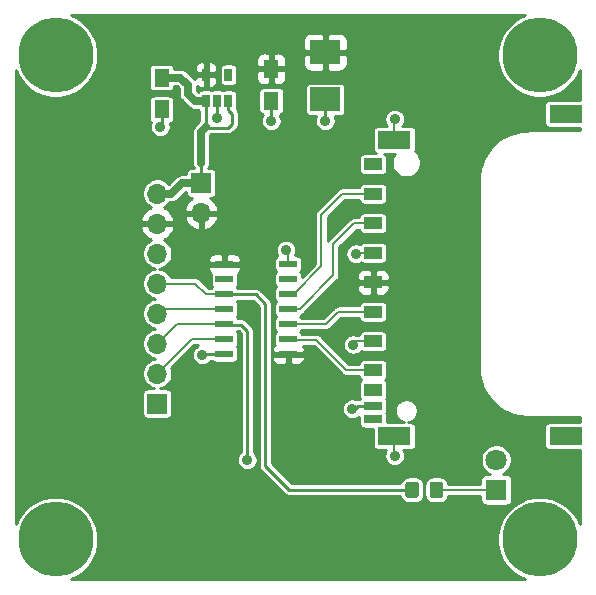
<source format=gtl>
G04 #@! TF.GenerationSoftware,KiCad,Pcbnew,(5.1.10)-1*
G04 #@! TF.CreationDate,2021-09-22T18:41:59-04:00*
G04 #@! TF.ProjectId,SD_CARD_X49,53445f43-4152-4445-9f58-34392e6b6963,1*
G04 #@! TF.SameCoordinates,Original*
G04 #@! TF.FileFunction,Copper,L1,Top*
G04 #@! TF.FilePolarity,Positive*
%FSLAX46Y46*%
G04 Gerber Fmt 4.6, Leading zero omitted, Abs format (unit mm)*
G04 Created by KiCad (PCBNEW (5.1.10)-1) date 2021-09-22 18:41:59*
%MOMM*%
%LPD*%
G01*
G04 APERTURE LIST*
G04 #@! TA.AperFunction,ComponentPad*
%ADD10C,6.350000*%
G04 #@! TD*
G04 #@! TA.AperFunction,SMDPad,CuDef*
%ADD11R,2.500000X2.000000*%
G04 #@! TD*
G04 #@! TA.AperFunction,SMDPad,CuDef*
%ADD12R,1.300000X1.500000*%
G04 #@! TD*
G04 #@! TA.AperFunction,ComponentPad*
%ADD13R,1.800000X1.800000*%
G04 #@! TD*
G04 #@! TA.AperFunction,ComponentPad*
%ADD14C,1.800000*%
G04 #@! TD*
G04 #@! TA.AperFunction,SMDPad,CuDef*
%ADD15R,1.500000X0.700000*%
G04 #@! TD*
G04 #@! TA.AperFunction,SMDPad,CuDef*
%ADD16R,1.500000X1.000000*%
G04 #@! TD*
G04 #@! TA.AperFunction,SMDPad,CuDef*
%ADD17R,2.800000X1.500000*%
G04 #@! TD*
G04 #@! TA.AperFunction,SMDPad,CuDef*
%ADD18R,0.650000X1.060000*%
G04 #@! TD*
G04 #@! TA.AperFunction,ComponentPad*
%ADD19R,1.700000X1.700000*%
G04 #@! TD*
G04 #@! TA.AperFunction,ComponentPad*
%ADD20O,1.700000X1.700000*%
G04 #@! TD*
G04 #@! TA.AperFunction,SMDPad,CuDef*
%ADD21R,1.500000X0.600000*%
G04 #@! TD*
G04 #@! TA.AperFunction,ViaPad*
%ADD22C,0.889000*%
G04 #@! TD*
G04 #@! TA.AperFunction,Conductor*
%ADD23C,0.203200*%
G04 #@! TD*
G04 #@! TA.AperFunction,Conductor*
%ADD24C,0.254000*%
G04 #@! TD*
G04 #@! TA.AperFunction,Conductor*
%ADD25C,0.635000*%
G04 #@! TD*
G04 #@! TA.AperFunction,Conductor*
%ADD26C,0.150000*%
G04 #@! TD*
G04 APERTURE END LIST*
D10*
X14000000Y-55000000D03*
X55000000Y-55000000D03*
X55000000Y-14000000D03*
X14000000Y-14000000D03*
D11*
X36830000Y-13748000D03*
X36830000Y-17748000D03*
D12*
X32258000Y-15160000D03*
X32258000Y-17860000D03*
X22968000Y-15892000D03*
X22968000Y-18592000D03*
D13*
X51308000Y-50800000D03*
D14*
X51308000Y-48260000D03*
D15*
X40888000Y-44827000D03*
X40888000Y-43687000D03*
D16*
X40888000Y-28227000D03*
X40888000Y-25727000D03*
X40888000Y-30727000D03*
X40888000Y-33227000D03*
X40888000Y-35727000D03*
X40888000Y-38227000D03*
X40888000Y-40647000D03*
X40888000Y-42347000D03*
X40888000Y-23227000D03*
D17*
X42688000Y-21157000D03*
X42688000Y-46257000D03*
X57188000Y-46257000D03*
X57188000Y-18957000D03*
G04 #@! TA.AperFunction,SMDPad,CuDef*
G36*
G01*
X43612000Y-51250001D02*
X43612000Y-50349999D01*
G75*
G02*
X43861999Y-50100000I249999J0D01*
G01*
X44512001Y-50100000D01*
G75*
G02*
X44762000Y-50349999I0J-249999D01*
G01*
X44762000Y-51250001D01*
G75*
G02*
X44512001Y-51500000I-249999J0D01*
G01*
X43861999Y-51500000D01*
G75*
G02*
X43612000Y-51250001I0J249999D01*
G01*
G37*
G04 #@! TD.AperFunction*
G04 #@! TA.AperFunction,SMDPad,CuDef*
G36*
G01*
X45662000Y-51250001D02*
X45662000Y-50349999D01*
G75*
G02*
X45911999Y-50100000I249999J0D01*
G01*
X46562001Y-50100000D01*
G75*
G02*
X46812000Y-50349999I0J-249999D01*
G01*
X46812000Y-51250001D01*
G75*
G02*
X46562001Y-51500000I-249999J0D01*
G01*
X45911999Y-51500000D01*
G75*
G02*
X45662000Y-51250001I0J249999D01*
G01*
G37*
G04 #@! TD.AperFunction*
D18*
X26736000Y-17864000D03*
X27686000Y-17864000D03*
X28636000Y-17864000D03*
X28636000Y-15664000D03*
X26736000Y-15664000D03*
D19*
X22600000Y-43500000D03*
D20*
X22600000Y-40960000D03*
X22600000Y-38420000D03*
X22600000Y-35880000D03*
X22600000Y-33340000D03*
X22600000Y-30800000D03*
X22600000Y-28260000D03*
X22600000Y-25720000D03*
D21*
X33700000Y-39310000D03*
X33700000Y-38040000D03*
X33700000Y-36770000D03*
X33700000Y-35500000D03*
X33700000Y-34230000D03*
X33700000Y-32960000D03*
X33700000Y-31690000D03*
X28300000Y-31690000D03*
X28300000Y-32960000D03*
X28300000Y-34230000D03*
X28300000Y-35500000D03*
X28300000Y-36770000D03*
X28300000Y-38040000D03*
X28300000Y-39310000D03*
D19*
X26325001Y-24825001D03*
D20*
X26325001Y-27365001D03*
D22*
X39400000Y-30800000D03*
X42700000Y-19400000D03*
X42700000Y-47900000D03*
X39200000Y-38500100D03*
X33500000Y-30500000D03*
X36830000Y-19558000D03*
X32258000Y-19558000D03*
X27686000Y-19304000D03*
X22860000Y-20066000D03*
X26416000Y-39370000D03*
X30226000Y-48260000D03*
X39116000Y-43942000D03*
D23*
X40888000Y-30727000D02*
X39473000Y-30727000D01*
X39473000Y-30727000D02*
X39400000Y-30800000D01*
X42688000Y-21157000D02*
X42688000Y-19412000D01*
X42688000Y-19412000D02*
X42700000Y-19400000D01*
X42688000Y-46257000D02*
X42688000Y-47888000D01*
X42688000Y-47888000D02*
X42700000Y-47900000D01*
X40888000Y-38227000D02*
X39473100Y-38227000D01*
X39473100Y-38227000D02*
X39200000Y-38500100D01*
X33700000Y-31690000D02*
X33700000Y-30700000D01*
X33700000Y-30700000D02*
X33500000Y-30500000D01*
D24*
X36830000Y-17748000D02*
X36830000Y-19558000D01*
X32258000Y-17860000D02*
X32258000Y-19558000D01*
X27686000Y-17864000D02*
X27686000Y-19304000D01*
X22968000Y-18592000D02*
X22968000Y-19958000D01*
X22968000Y-19958000D02*
X22860000Y-20066000D01*
D25*
X22600000Y-25720000D02*
X23810000Y-25720000D01*
X24704999Y-24825001D02*
X26325001Y-24825001D01*
X23810000Y-25720000D02*
X24704999Y-24825001D01*
D24*
X28300000Y-39310000D02*
X26476000Y-39310000D01*
X26476000Y-39310000D02*
X26416000Y-39370000D01*
D25*
X26325001Y-20476999D02*
X26736000Y-20066000D01*
X26325001Y-23114000D02*
X26325001Y-20476999D01*
D24*
X26736000Y-17864000D02*
X26736000Y-20066000D01*
X26325001Y-23114000D02*
X26325001Y-24825001D01*
X28636000Y-18648000D02*
X28636000Y-17864000D01*
X28956000Y-18968000D02*
X28636000Y-18648000D01*
X28956000Y-19812000D02*
X28956000Y-18968000D01*
X28638499Y-20129501D02*
X28956000Y-19812000D01*
X26672499Y-20129501D02*
X28638499Y-20129501D01*
X26325001Y-20476999D02*
X26672499Y-20129501D01*
D25*
X26736000Y-17864000D02*
X25776000Y-17864000D01*
X25776000Y-17864000D02*
X25184000Y-17272000D01*
X24566000Y-15892000D02*
X25184000Y-16510000D01*
X22968000Y-15892000D02*
X24566000Y-15892000D01*
X25184000Y-17272000D02*
X25184000Y-16510000D01*
D23*
X46237000Y-50800000D02*
X51308000Y-50800000D01*
X22980000Y-35500000D02*
X22600000Y-35880000D01*
X28300000Y-35500000D02*
X22980000Y-35500000D01*
X24250000Y-36770000D02*
X22600000Y-38420000D01*
X28300000Y-36770000D02*
X24250000Y-36770000D01*
D24*
X28750000Y-36770000D02*
X28810000Y-36830000D01*
X28300000Y-36770000D02*
X28750000Y-36770000D01*
X28810000Y-36830000D02*
X29718000Y-36830000D01*
X29718000Y-36830000D02*
X30226000Y-37338000D01*
X30226000Y-37338000D02*
X30226000Y-48260000D01*
D23*
X25520000Y-38040000D02*
X22600000Y-40960000D01*
X28300000Y-38040000D02*
X25520000Y-38040000D01*
X34653200Y-35500000D02*
X37500000Y-32653200D01*
X33700000Y-35500000D02*
X34653200Y-35500000D01*
X37500000Y-32653200D02*
X37500000Y-30000000D01*
X39273000Y-28227000D02*
X40888000Y-28227000D01*
X37500000Y-30000000D02*
X39273000Y-28227000D01*
X34150000Y-34230000D02*
X36500000Y-31880000D01*
X33700000Y-34230000D02*
X34150000Y-34230000D01*
X36500000Y-31880000D02*
X36500000Y-27500000D01*
X38273000Y-25727000D02*
X40888000Y-25727000D01*
X36500000Y-27500000D02*
X38273000Y-25727000D01*
X33700000Y-36770000D02*
X36890000Y-36770000D01*
X37933000Y-35727000D02*
X40888000Y-35727000D01*
X36890000Y-36770000D02*
X37933000Y-35727000D01*
X38615000Y-40647000D02*
X40888000Y-40647000D01*
X34150000Y-38040000D02*
X34210000Y-38100000D01*
X33700000Y-38040000D02*
X34150000Y-38040000D01*
X36068000Y-38100000D02*
X38615000Y-40647000D01*
X34210000Y-38100000D02*
X36068000Y-38100000D01*
D24*
X39116000Y-43942000D02*
X39370000Y-43942000D01*
X39625000Y-43687000D02*
X40888000Y-43687000D01*
X39370000Y-43942000D02*
X39625000Y-43687000D01*
D23*
X25840000Y-33340000D02*
X22600000Y-33340000D01*
X28300000Y-34230000D02*
X26730000Y-34230000D01*
X26730000Y-34230000D02*
X25840000Y-33340000D01*
D24*
X33782000Y-50800000D02*
X44187000Y-50800000D01*
X31750000Y-48768000D02*
X33782000Y-50800000D01*
X31750000Y-35052000D02*
X31750000Y-48768000D01*
X30928000Y-34230000D02*
X31750000Y-35052000D01*
X28300000Y-34230000D02*
X30928000Y-34230000D01*
X53291539Y-10803695D02*
X52700799Y-11198415D01*
X52198415Y-11700799D01*
X51803695Y-12291539D01*
X51531807Y-12947935D01*
X51393200Y-13644761D01*
X51393200Y-14355239D01*
X51531807Y-15052065D01*
X51803695Y-15708461D01*
X52198415Y-16299201D01*
X52700799Y-16801585D01*
X53291539Y-17196305D01*
X53947935Y-17468193D01*
X54644761Y-17606800D01*
X55355239Y-17606800D01*
X56052065Y-17468193D01*
X56708461Y-17196305D01*
X57299201Y-16801585D01*
X57801585Y-16299201D01*
X58196305Y-15708461D01*
X58377700Y-15270535D01*
X58377701Y-17773111D01*
X55788000Y-17773111D01*
X55703352Y-17781448D01*
X55621958Y-17806139D01*
X55546944Y-17846234D01*
X55481194Y-17900194D01*
X55427234Y-17965944D01*
X55387139Y-18040958D01*
X55362448Y-18122352D01*
X55354111Y-18207000D01*
X55354111Y-19707000D01*
X55362448Y-19791648D01*
X55387139Y-19873042D01*
X55427234Y-19948056D01*
X55481194Y-20013806D01*
X55546944Y-20067766D01*
X55621958Y-20107861D01*
X55703352Y-20132552D01*
X55788000Y-20140889D01*
X58377701Y-20140889D01*
X58377701Y-20377700D01*
X53969428Y-20377700D01*
X53941014Y-20380499D01*
X53919165Y-20380346D01*
X53910517Y-20381194D01*
X53231178Y-20452596D01*
X53175909Y-20463941D01*
X53120526Y-20474506D01*
X53112208Y-20477017D01*
X52459676Y-20679009D01*
X52407692Y-20700861D01*
X52355387Y-20721994D01*
X52347715Y-20726073D01*
X51746844Y-21050963D01*
X51700077Y-21082508D01*
X51652890Y-21113386D01*
X51646156Y-21118877D01*
X51119833Y-21554289D01*
X51080077Y-21594324D01*
X51039792Y-21633774D01*
X51034253Y-21640469D01*
X50602527Y-22169819D01*
X50571294Y-22216830D01*
X50539451Y-22263335D01*
X50535318Y-22270978D01*
X50214631Y-22874102D01*
X50193147Y-22926225D01*
X50170919Y-22978089D01*
X50168349Y-22986390D01*
X49970917Y-23640315D01*
X49959950Y-23695703D01*
X49948236Y-23750813D01*
X49947327Y-23759454D01*
X49935617Y-23878880D01*
X49902436Y-23918697D01*
X49888449Y-23939293D01*
X49878749Y-23962222D01*
X49873709Y-23986602D01*
X49873046Y-24003431D01*
X49883928Y-24406050D01*
X49880670Y-24439274D01*
X49880670Y-24439281D01*
X49877704Y-24469362D01*
X49875979Y-40561287D01*
X49876231Y-40563852D01*
X49877407Y-40707993D01*
X49880993Y-40741733D01*
X49881652Y-40775656D01*
X49882728Y-40784278D01*
X49969794Y-41444496D01*
X49982586Y-41499410D01*
X49994617Y-41554533D01*
X49997347Y-41562782D01*
X50210993Y-42193515D01*
X50234222Y-42244932D01*
X50256716Y-42296634D01*
X50260996Y-42304196D01*
X50372919Y-42498738D01*
X50373046Y-42503431D01*
X50376155Y-42528133D01*
X50384023Y-42551753D01*
X50396348Y-42573385D01*
X50412656Y-42592196D01*
X50432321Y-42607464D01*
X50436744Y-42609677D01*
X50593082Y-42881419D01*
X50625828Y-42927305D01*
X50657964Y-42973694D01*
X50663631Y-42980280D01*
X51101510Y-43482009D01*
X51142591Y-43520705D01*
X51183078Y-43559922D01*
X51189917Y-43565282D01*
X51716910Y-43972405D01*
X51764677Y-44002355D01*
X51812058Y-44032992D01*
X51819808Y-44036921D01*
X52415841Y-44333930D01*
X52468560Y-44354048D01*
X52520945Y-44374881D01*
X52529311Y-44377231D01*
X53171682Y-44552813D01*
X53227316Y-44562310D01*
X53282740Y-44572570D01*
X53291402Y-44573250D01*
X53947307Y-44620121D01*
X53969428Y-44622300D01*
X58377700Y-44622300D01*
X58377700Y-45073111D01*
X55788000Y-45073111D01*
X55703352Y-45081448D01*
X55621958Y-45106139D01*
X55546944Y-45146234D01*
X55481194Y-45200194D01*
X55427234Y-45265944D01*
X55387139Y-45340958D01*
X55362448Y-45422352D01*
X55354111Y-45507000D01*
X55354111Y-47007000D01*
X55362448Y-47091648D01*
X55387139Y-47173042D01*
X55427234Y-47248056D01*
X55481194Y-47313806D01*
X55546944Y-47367766D01*
X55621958Y-47407861D01*
X55703352Y-47432552D01*
X55788000Y-47440889D01*
X58377700Y-47440889D01*
X58377701Y-53729468D01*
X58196305Y-53291539D01*
X57801585Y-52700799D01*
X57299201Y-52198415D01*
X56708461Y-51803695D01*
X56052065Y-51531807D01*
X55355239Y-51393200D01*
X54644761Y-51393200D01*
X53947935Y-51531807D01*
X53291539Y-51803695D01*
X52700799Y-52198415D01*
X52198415Y-52700799D01*
X51803695Y-53291539D01*
X51531807Y-53947935D01*
X51393200Y-54644761D01*
X51393200Y-55355239D01*
X51531807Y-56052065D01*
X51803695Y-56708461D01*
X52198415Y-57299201D01*
X52700799Y-57801585D01*
X53291539Y-58196305D01*
X53729465Y-58377700D01*
X15270535Y-58377700D01*
X15708461Y-58196305D01*
X16299201Y-57801585D01*
X16801585Y-57299201D01*
X17196305Y-56708461D01*
X17468193Y-56052065D01*
X17606800Y-55355239D01*
X17606800Y-54644761D01*
X17468193Y-53947935D01*
X17196305Y-53291539D01*
X16801585Y-52700799D01*
X16299201Y-52198415D01*
X15708461Y-51803695D01*
X15052065Y-51531807D01*
X14355239Y-51393200D01*
X13644761Y-51393200D01*
X12947935Y-51531807D01*
X12291539Y-51803695D01*
X11700799Y-52198415D01*
X11198415Y-52700799D01*
X10803695Y-53291539D01*
X10622300Y-53729465D01*
X10622300Y-28616890D01*
X21158524Y-28616890D01*
X21203175Y-28764099D01*
X21328359Y-29026920D01*
X21502412Y-29260269D01*
X21718645Y-29455178D01*
X21968748Y-29604157D01*
X22059660Y-29636406D01*
X21992840Y-29664084D01*
X21782900Y-29804361D01*
X21604361Y-29982900D01*
X21464084Y-30192840D01*
X21367459Y-30426113D01*
X21318200Y-30673754D01*
X21318200Y-30926246D01*
X21367459Y-31173887D01*
X21464084Y-31407160D01*
X21604361Y-31617100D01*
X21782900Y-31795639D01*
X21992840Y-31935916D01*
X22226113Y-32032541D01*
X22414432Y-32070000D01*
X22226113Y-32107459D01*
X21992840Y-32204084D01*
X21782900Y-32344361D01*
X21604361Y-32522900D01*
X21464084Y-32732840D01*
X21367459Y-32966113D01*
X21318200Y-33213754D01*
X21318200Y-33466246D01*
X21367459Y-33713887D01*
X21464084Y-33947160D01*
X21604361Y-34157100D01*
X21782900Y-34335639D01*
X21992840Y-34475916D01*
X22226113Y-34572541D01*
X22414432Y-34610000D01*
X22226113Y-34647459D01*
X21992840Y-34744084D01*
X21782900Y-34884361D01*
X21604361Y-35062900D01*
X21464084Y-35272840D01*
X21367459Y-35506113D01*
X21318200Y-35753754D01*
X21318200Y-36006246D01*
X21367459Y-36253887D01*
X21464084Y-36487160D01*
X21604361Y-36697100D01*
X21782900Y-36875639D01*
X21992840Y-37015916D01*
X22226113Y-37112541D01*
X22414432Y-37150000D01*
X22226113Y-37187459D01*
X21992840Y-37284084D01*
X21782900Y-37424361D01*
X21604361Y-37602900D01*
X21464084Y-37812840D01*
X21367459Y-38046113D01*
X21318200Y-38293754D01*
X21318200Y-38546246D01*
X21367459Y-38793887D01*
X21464084Y-39027160D01*
X21604361Y-39237100D01*
X21782900Y-39415639D01*
X21992840Y-39555916D01*
X22226113Y-39652541D01*
X22414432Y-39690000D01*
X22226113Y-39727459D01*
X21992840Y-39824084D01*
X21782900Y-39964361D01*
X21604361Y-40142900D01*
X21464084Y-40352840D01*
X21367459Y-40586113D01*
X21318200Y-40833754D01*
X21318200Y-41086246D01*
X21367459Y-41333887D01*
X21464084Y-41567160D01*
X21604361Y-41777100D01*
X21782900Y-41955639D01*
X21992840Y-42095916D01*
X22226113Y-42192541D01*
X22344607Y-42216111D01*
X21750000Y-42216111D01*
X21665352Y-42224448D01*
X21583958Y-42249139D01*
X21508944Y-42289234D01*
X21443194Y-42343194D01*
X21389234Y-42408944D01*
X21349139Y-42483958D01*
X21324448Y-42565352D01*
X21316111Y-42650000D01*
X21316111Y-44350000D01*
X21324448Y-44434648D01*
X21349139Y-44516042D01*
X21389234Y-44591056D01*
X21443194Y-44656806D01*
X21508944Y-44710766D01*
X21583958Y-44750861D01*
X21665352Y-44775552D01*
X21750000Y-44783889D01*
X23450000Y-44783889D01*
X23534648Y-44775552D01*
X23616042Y-44750861D01*
X23691056Y-44710766D01*
X23756806Y-44656806D01*
X23810766Y-44591056D01*
X23850861Y-44516042D01*
X23875552Y-44434648D01*
X23883889Y-44350000D01*
X23883889Y-42650000D01*
X23875552Y-42565352D01*
X23850861Y-42483958D01*
X23810766Y-42408944D01*
X23756806Y-42343194D01*
X23691056Y-42289234D01*
X23616042Y-42249139D01*
X23534648Y-42224448D01*
X23450000Y-42216111D01*
X22855393Y-42216111D01*
X22973887Y-42192541D01*
X23207160Y-42095916D01*
X23417100Y-41955639D01*
X23595639Y-41777100D01*
X23735916Y-41567160D01*
X23832541Y-41333887D01*
X23881800Y-41086246D01*
X23881800Y-40833754D01*
X23832541Y-40586113D01*
X23801988Y-40512353D01*
X25740941Y-38573400D01*
X26049280Y-38573400D01*
X26000916Y-38593433D01*
X25857391Y-38689333D01*
X25735333Y-38811391D01*
X25639433Y-38954916D01*
X25573376Y-39114393D01*
X25539700Y-39283692D01*
X25539700Y-39456308D01*
X25573376Y-39625607D01*
X25639433Y-39785084D01*
X25735333Y-39928609D01*
X25857391Y-40050667D01*
X26000916Y-40146567D01*
X26160393Y-40212624D01*
X26329692Y-40246300D01*
X26502308Y-40246300D01*
X26671607Y-40212624D01*
X26831084Y-40146567D01*
X26974609Y-40050667D01*
X27096667Y-39928609D01*
X27136630Y-39868800D01*
X27203796Y-39868800D01*
X27243194Y-39916806D01*
X27308944Y-39970766D01*
X27383958Y-40010861D01*
X27465352Y-40035552D01*
X27550000Y-40043889D01*
X29050000Y-40043889D01*
X29134648Y-40035552D01*
X29216042Y-40010861D01*
X29291056Y-39970766D01*
X29356806Y-39916806D01*
X29410766Y-39851056D01*
X29450861Y-39776042D01*
X29475552Y-39694648D01*
X29483889Y-39610000D01*
X29483889Y-39010000D01*
X29475552Y-38925352D01*
X29450861Y-38843958D01*
X29410766Y-38768944D01*
X29356806Y-38703194D01*
X29322452Y-38675000D01*
X29356806Y-38646806D01*
X29410766Y-38581056D01*
X29450861Y-38506042D01*
X29475552Y-38424648D01*
X29483889Y-38340000D01*
X29483889Y-37740000D01*
X29475552Y-37655352D01*
X29450861Y-37573958D01*
X29410766Y-37498944D01*
X29356806Y-37433194D01*
X29322452Y-37405000D01*
X29342191Y-37388800D01*
X29486538Y-37388800D01*
X29667200Y-37569462D01*
X29667201Y-47579523D01*
X29545333Y-47701391D01*
X29449433Y-47844916D01*
X29383376Y-48004393D01*
X29349700Y-48173692D01*
X29349700Y-48346308D01*
X29383376Y-48515607D01*
X29449433Y-48675084D01*
X29545333Y-48818609D01*
X29667391Y-48940667D01*
X29810916Y-49036567D01*
X29970393Y-49102624D01*
X30139692Y-49136300D01*
X30312308Y-49136300D01*
X30481607Y-49102624D01*
X30641084Y-49036567D01*
X30784609Y-48940667D01*
X30906667Y-48818609D01*
X31002567Y-48675084D01*
X31068624Y-48515607D01*
X31102300Y-48346308D01*
X31102300Y-48173692D01*
X31068624Y-48004393D01*
X31002567Y-47844916D01*
X30906667Y-47701391D01*
X30784800Y-47579524D01*
X30784800Y-37365441D01*
X30787503Y-37337999D01*
X30782653Y-37288761D01*
X30776714Y-37228456D01*
X30744761Y-37123122D01*
X30692873Y-37026046D01*
X30623043Y-36940957D01*
X30601719Y-36923457D01*
X30132543Y-36454281D01*
X30115043Y-36432957D01*
X30029954Y-36363127D01*
X29932878Y-36311239D01*
X29827544Y-36279286D01*
X29745444Y-36271200D01*
X29745442Y-36271200D01*
X29718000Y-36268497D01*
X29690558Y-36271200D01*
X29433352Y-36271200D01*
X29410766Y-36228944D01*
X29356806Y-36163194D01*
X29322452Y-36135000D01*
X29356806Y-36106806D01*
X29410766Y-36041056D01*
X29450861Y-35966042D01*
X29475552Y-35884648D01*
X29483889Y-35800000D01*
X29483889Y-35200000D01*
X29475552Y-35115352D01*
X29450861Y-35033958D01*
X29410766Y-34958944D01*
X29356806Y-34893194D01*
X29322452Y-34865000D01*
X29356806Y-34836806D01*
X29396204Y-34788800D01*
X30696538Y-34788800D01*
X31191200Y-35283463D01*
X31191201Y-48740548D01*
X31188497Y-48768000D01*
X31199287Y-48877544D01*
X31231239Y-48982877D01*
X31231240Y-48982878D01*
X31283128Y-49079954D01*
X31352958Y-49165043D01*
X31374276Y-49182538D01*
X33367462Y-51175725D01*
X33384957Y-51197043D01*
X33470046Y-51266873D01*
X33567122Y-51318761D01*
X33672456Y-51350714D01*
X33754556Y-51358800D01*
X33754558Y-51358800D01*
X33782000Y-51361503D01*
X33809442Y-51358800D01*
X43188827Y-51358800D01*
X43191252Y-51383421D01*
X43230169Y-51511714D01*
X43293367Y-51629949D01*
X43378417Y-51733583D01*
X43482051Y-51818633D01*
X43600286Y-51881831D01*
X43728579Y-51920748D01*
X43861999Y-51933889D01*
X44512001Y-51933889D01*
X44645421Y-51920748D01*
X44773714Y-51881831D01*
X44891949Y-51818633D01*
X44995583Y-51733583D01*
X45080633Y-51629949D01*
X45143831Y-51511714D01*
X45182748Y-51383421D01*
X45195889Y-51250001D01*
X45195889Y-50349999D01*
X45228111Y-50349999D01*
X45228111Y-51250001D01*
X45241252Y-51383421D01*
X45280169Y-51511714D01*
X45343367Y-51629949D01*
X45428417Y-51733583D01*
X45532051Y-51818633D01*
X45650286Y-51881831D01*
X45778579Y-51920748D01*
X45911999Y-51933889D01*
X46562001Y-51933889D01*
X46695421Y-51920748D01*
X46823714Y-51881831D01*
X46941949Y-51818633D01*
X47045583Y-51733583D01*
X47130633Y-51629949D01*
X47193831Y-51511714D01*
X47232748Y-51383421D01*
X47237675Y-51333400D01*
X49974111Y-51333400D01*
X49974111Y-51700000D01*
X49982448Y-51784648D01*
X50007139Y-51866042D01*
X50047234Y-51941056D01*
X50101194Y-52006806D01*
X50166944Y-52060766D01*
X50241958Y-52100861D01*
X50323352Y-52125552D01*
X50408000Y-52133889D01*
X52208000Y-52133889D01*
X52292648Y-52125552D01*
X52374042Y-52100861D01*
X52449056Y-52060766D01*
X52514806Y-52006806D01*
X52568766Y-51941056D01*
X52608861Y-51866042D01*
X52633552Y-51784648D01*
X52641889Y-51700000D01*
X52641889Y-49900000D01*
X52633552Y-49815352D01*
X52608861Y-49733958D01*
X52568766Y-49658944D01*
X52514806Y-49593194D01*
X52449056Y-49539234D01*
X52374042Y-49499139D01*
X52292648Y-49474448D01*
X52208000Y-49466111D01*
X51876352Y-49466111D01*
X51938844Y-49440226D01*
X52156973Y-49294477D01*
X52342477Y-49108973D01*
X52488226Y-48890844D01*
X52588620Y-48648472D01*
X52639800Y-48391171D01*
X52639800Y-48128829D01*
X52588620Y-47871528D01*
X52488226Y-47629156D01*
X52342477Y-47411027D01*
X52156973Y-47225523D01*
X51938844Y-47079774D01*
X51696472Y-46979380D01*
X51439171Y-46928200D01*
X51176829Y-46928200D01*
X50919528Y-46979380D01*
X50677156Y-47079774D01*
X50459027Y-47225523D01*
X50273523Y-47411027D01*
X50127774Y-47629156D01*
X50027380Y-47871528D01*
X49976200Y-48128829D01*
X49976200Y-48391171D01*
X50027380Y-48648472D01*
X50127774Y-48890844D01*
X50273523Y-49108973D01*
X50459027Y-49294477D01*
X50677156Y-49440226D01*
X50739648Y-49466111D01*
X50408000Y-49466111D01*
X50323352Y-49474448D01*
X50241958Y-49499139D01*
X50166944Y-49539234D01*
X50101194Y-49593194D01*
X50047234Y-49658944D01*
X50007139Y-49733958D01*
X49982448Y-49815352D01*
X49974111Y-49900000D01*
X49974111Y-50266600D01*
X47237675Y-50266600D01*
X47232748Y-50216579D01*
X47193831Y-50088286D01*
X47130633Y-49970051D01*
X47045583Y-49866417D01*
X46941949Y-49781367D01*
X46823714Y-49718169D01*
X46695421Y-49679252D01*
X46562001Y-49666111D01*
X45911999Y-49666111D01*
X45778579Y-49679252D01*
X45650286Y-49718169D01*
X45532051Y-49781367D01*
X45428417Y-49866417D01*
X45343367Y-49970051D01*
X45280169Y-50088286D01*
X45241252Y-50216579D01*
X45228111Y-50349999D01*
X45195889Y-50349999D01*
X45182748Y-50216579D01*
X45143831Y-50088286D01*
X45080633Y-49970051D01*
X44995583Y-49866417D01*
X44891949Y-49781367D01*
X44773714Y-49718169D01*
X44645421Y-49679252D01*
X44512001Y-49666111D01*
X43861999Y-49666111D01*
X43728579Y-49679252D01*
X43600286Y-49718169D01*
X43482051Y-49781367D01*
X43378417Y-49866417D01*
X43293367Y-49970051D01*
X43230169Y-50088286D01*
X43191252Y-50216579D01*
X43188827Y-50241200D01*
X34013463Y-50241200D01*
X32308800Y-48536538D01*
X32308800Y-39610000D01*
X32311928Y-39610000D01*
X32324188Y-39734482D01*
X32360498Y-39854180D01*
X32419463Y-39964494D01*
X32498815Y-40061185D01*
X32595506Y-40140537D01*
X32705820Y-40199502D01*
X32825518Y-40235812D01*
X32950000Y-40248072D01*
X33414250Y-40245000D01*
X33573000Y-40086250D01*
X33573000Y-39437000D01*
X33827000Y-39437000D01*
X33827000Y-40086250D01*
X33985750Y-40245000D01*
X34450000Y-40248072D01*
X34574482Y-40235812D01*
X34694180Y-40199502D01*
X34804494Y-40140537D01*
X34901185Y-40061185D01*
X34980537Y-39964494D01*
X35039502Y-39854180D01*
X35075812Y-39734482D01*
X35088072Y-39610000D01*
X35085000Y-39595750D01*
X34926250Y-39437000D01*
X33827000Y-39437000D01*
X33573000Y-39437000D01*
X32473750Y-39437000D01*
X32315000Y-39595750D01*
X32311928Y-39610000D01*
X32308800Y-39610000D01*
X32308800Y-39010000D01*
X32311928Y-39010000D01*
X32315000Y-39024250D01*
X32473750Y-39183000D01*
X33573000Y-39183000D01*
X33573000Y-39163000D01*
X33827000Y-39163000D01*
X33827000Y-39183000D01*
X34926250Y-39183000D01*
X35085000Y-39024250D01*
X35088072Y-39010000D01*
X35075812Y-38885518D01*
X35039502Y-38765820D01*
X34980537Y-38655506D01*
X34962395Y-38633400D01*
X35847059Y-38633400D01*
X38219309Y-41005651D01*
X38236005Y-41025995D01*
X38256349Y-41042691D01*
X38256351Y-41042693D01*
X38274621Y-41057687D01*
X38317225Y-41092651D01*
X38409889Y-41142181D01*
X38510435Y-41172681D01*
X38588805Y-41180400D01*
X38588813Y-41180400D01*
X38615000Y-41182979D01*
X38641187Y-41180400D01*
X39707401Y-41180400D01*
X39712448Y-41231648D01*
X39737139Y-41313042D01*
X39777234Y-41388056D01*
X39831194Y-41453806D01*
X39883826Y-41497000D01*
X39831194Y-41540194D01*
X39777234Y-41605944D01*
X39737139Y-41680958D01*
X39712448Y-41762352D01*
X39704111Y-41847000D01*
X39704111Y-42847000D01*
X39712448Y-42931648D01*
X39737139Y-43013042D01*
X39777234Y-43088056D01*
X39780471Y-43092000D01*
X39777234Y-43095944D01*
X39759993Y-43128200D01*
X39652441Y-43128200D01*
X39624999Y-43125497D01*
X39597557Y-43128200D01*
X39597556Y-43128200D01*
X39515456Y-43136286D01*
X39483858Y-43145871D01*
X39371607Y-43099376D01*
X39202308Y-43065700D01*
X39029692Y-43065700D01*
X38860393Y-43099376D01*
X38700916Y-43165433D01*
X38557391Y-43261333D01*
X38435333Y-43383391D01*
X38339433Y-43526916D01*
X38273376Y-43686393D01*
X38239700Y-43855692D01*
X38239700Y-44028308D01*
X38273376Y-44197607D01*
X38339433Y-44357084D01*
X38435333Y-44500609D01*
X38557391Y-44622667D01*
X38700916Y-44718567D01*
X38860393Y-44784624D01*
X39029692Y-44818300D01*
X39202308Y-44818300D01*
X39371607Y-44784624D01*
X39531084Y-44718567D01*
X39674609Y-44622667D01*
X39704111Y-44593165D01*
X39704111Y-45177000D01*
X39712448Y-45261648D01*
X39737139Y-45343042D01*
X39777234Y-45418056D01*
X39831194Y-45483806D01*
X39896944Y-45537766D01*
X39971958Y-45577861D01*
X40053352Y-45602552D01*
X40138000Y-45610889D01*
X40854111Y-45610889D01*
X40854111Y-47007000D01*
X40862448Y-47091648D01*
X40887139Y-47173042D01*
X40927234Y-47248056D01*
X40981194Y-47313806D01*
X41046944Y-47367766D01*
X41121958Y-47407861D01*
X41203352Y-47432552D01*
X41288000Y-47440889D01*
X41952851Y-47440889D01*
X41923433Y-47484916D01*
X41857376Y-47644393D01*
X41823700Y-47813692D01*
X41823700Y-47986308D01*
X41857376Y-48155607D01*
X41923433Y-48315084D01*
X42019333Y-48458609D01*
X42141391Y-48580667D01*
X42284916Y-48676567D01*
X42444393Y-48742624D01*
X42613692Y-48776300D01*
X42786308Y-48776300D01*
X42955607Y-48742624D01*
X43115084Y-48676567D01*
X43258609Y-48580667D01*
X43380667Y-48458609D01*
X43476567Y-48315084D01*
X43542624Y-48155607D01*
X43576300Y-47986308D01*
X43576300Y-47813692D01*
X43542624Y-47644393D01*
X43476567Y-47484916D01*
X43447149Y-47440889D01*
X44088000Y-47440889D01*
X44172648Y-47432552D01*
X44254042Y-47407861D01*
X44329056Y-47367766D01*
X44394806Y-47313806D01*
X44448766Y-47248056D01*
X44488861Y-47173042D01*
X44513552Y-47091648D01*
X44521889Y-47007000D01*
X44521889Y-45507000D01*
X44513552Y-45422352D01*
X44488861Y-45340958D01*
X44448766Y-45265944D01*
X44394806Y-45200194D01*
X44329056Y-45146234D01*
X44254042Y-45106139D01*
X44172648Y-45081448D01*
X44088000Y-45073111D01*
X43863573Y-45073111D01*
X43974381Y-45051070D01*
X44153057Y-44977060D01*
X44313861Y-44869614D01*
X44450614Y-44732861D01*
X44558060Y-44572057D01*
X44632070Y-44393381D01*
X44669800Y-44203699D01*
X44669800Y-44010301D01*
X44632070Y-43820619D01*
X44558060Y-43641943D01*
X44450614Y-43481139D01*
X44313861Y-43344386D01*
X44153057Y-43236940D01*
X43974381Y-43162930D01*
X43784699Y-43125200D01*
X43591301Y-43125200D01*
X43401619Y-43162930D01*
X43222943Y-43236940D01*
X43062139Y-43344386D01*
X42925386Y-43481139D01*
X42817940Y-43641943D01*
X42743930Y-43820619D01*
X42706200Y-44010301D01*
X42706200Y-44203699D01*
X42743930Y-44393381D01*
X42817940Y-44572057D01*
X42925386Y-44732861D01*
X43062139Y-44869614D01*
X43222943Y-44977060D01*
X43401619Y-45051070D01*
X43512427Y-45073111D01*
X42071889Y-45073111D01*
X42071889Y-44477000D01*
X42063552Y-44392352D01*
X42038861Y-44310958D01*
X42010020Y-44257000D01*
X42038861Y-44203042D01*
X42063552Y-44121648D01*
X42071889Y-44037000D01*
X42071889Y-43337000D01*
X42063552Y-43252352D01*
X42038861Y-43170958D01*
X41998766Y-43095944D01*
X41995529Y-43092000D01*
X41998766Y-43088056D01*
X42038861Y-43013042D01*
X42063552Y-42931648D01*
X42071889Y-42847000D01*
X42071889Y-41847000D01*
X42063552Y-41762352D01*
X42038861Y-41680958D01*
X41998766Y-41605944D01*
X41944806Y-41540194D01*
X41892174Y-41497000D01*
X41944806Y-41453806D01*
X41998766Y-41388056D01*
X42038861Y-41313042D01*
X42063552Y-41231648D01*
X42071889Y-41147000D01*
X42071889Y-40147000D01*
X42063552Y-40062352D01*
X42038861Y-39980958D01*
X41998766Y-39905944D01*
X41944806Y-39840194D01*
X41879056Y-39786234D01*
X41804042Y-39746139D01*
X41722648Y-39721448D01*
X41638000Y-39713111D01*
X40138000Y-39713111D01*
X40053352Y-39721448D01*
X39971958Y-39746139D01*
X39896944Y-39786234D01*
X39831194Y-39840194D01*
X39777234Y-39905944D01*
X39737139Y-39980958D01*
X39712448Y-40062352D01*
X39707401Y-40113600D01*
X38835942Y-40113600D01*
X37136134Y-38413792D01*
X38323700Y-38413792D01*
X38323700Y-38586408D01*
X38357376Y-38755707D01*
X38423433Y-38915184D01*
X38519333Y-39058709D01*
X38641391Y-39180767D01*
X38784916Y-39276667D01*
X38944393Y-39342724D01*
X39113692Y-39376400D01*
X39286308Y-39376400D01*
X39455607Y-39342724D01*
X39615084Y-39276667D01*
X39758609Y-39180767D01*
X39872045Y-39067331D01*
X39896944Y-39087766D01*
X39971958Y-39127861D01*
X40053352Y-39152552D01*
X40138000Y-39160889D01*
X41638000Y-39160889D01*
X41722648Y-39152552D01*
X41804042Y-39127861D01*
X41879056Y-39087766D01*
X41944806Y-39033806D01*
X41998766Y-38968056D01*
X42038861Y-38893042D01*
X42063552Y-38811648D01*
X42071889Y-38727000D01*
X42071889Y-37727000D01*
X42063552Y-37642352D01*
X42038861Y-37560958D01*
X41998766Y-37485944D01*
X41944806Y-37420194D01*
X41879056Y-37366234D01*
X41804042Y-37326139D01*
X41722648Y-37301448D01*
X41638000Y-37293111D01*
X40138000Y-37293111D01*
X40053352Y-37301448D01*
X39971958Y-37326139D01*
X39896944Y-37366234D01*
X39831194Y-37420194D01*
X39777234Y-37485944D01*
X39737139Y-37560958D01*
X39712448Y-37642352D01*
X39707401Y-37693600D01*
X39542819Y-37693600D01*
X39455607Y-37657476D01*
X39286308Y-37623800D01*
X39113692Y-37623800D01*
X38944393Y-37657476D01*
X38784916Y-37723533D01*
X38641391Y-37819433D01*
X38519333Y-37941491D01*
X38423433Y-38085016D01*
X38357376Y-38244493D01*
X38323700Y-38413792D01*
X37136134Y-38413792D01*
X36463694Y-37741353D01*
X36446995Y-37721005D01*
X36365775Y-37654349D01*
X36273111Y-37604819D01*
X36172565Y-37574319D01*
X36094195Y-37566600D01*
X36094187Y-37566600D01*
X36068000Y-37564021D01*
X36041813Y-37566600D01*
X34846928Y-37566600D01*
X34810766Y-37498944D01*
X34756806Y-37433194D01*
X34722452Y-37405000D01*
X34756806Y-37376806D01*
X34810766Y-37311056D01*
X34814858Y-37303400D01*
X36863813Y-37303400D01*
X36890000Y-37305979D01*
X36916187Y-37303400D01*
X36916195Y-37303400D01*
X36994565Y-37295681D01*
X37095111Y-37265181D01*
X37187775Y-37215651D01*
X37268995Y-37148995D01*
X37285696Y-37128645D01*
X38153941Y-36260400D01*
X39707401Y-36260400D01*
X39712448Y-36311648D01*
X39737139Y-36393042D01*
X39777234Y-36468056D01*
X39831194Y-36533806D01*
X39896944Y-36587766D01*
X39971958Y-36627861D01*
X40053352Y-36652552D01*
X40138000Y-36660889D01*
X41638000Y-36660889D01*
X41722648Y-36652552D01*
X41804042Y-36627861D01*
X41879056Y-36587766D01*
X41944806Y-36533806D01*
X41998766Y-36468056D01*
X42038861Y-36393042D01*
X42063552Y-36311648D01*
X42071889Y-36227000D01*
X42071889Y-35227000D01*
X42063552Y-35142352D01*
X42038861Y-35060958D01*
X41998766Y-34985944D01*
X41944806Y-34920194D01*
X41879056Y-34866234D01*
X41804042Y-34826139D01*
X41722648Y-34801448D01*
X41638000Y-34793111D01*
X40138000Y-34793111D01*
X40053352Y-34801448D01*
X39971958Y-34826139D01*
X39896944Y-34866234D01*
X39831194Y-34920194D01*
X39777234Y-34985944D01*
X39737139Y-35060958D01*
X39712448Y-35142352D01*
X39707401Y-35193600D01*
X37959194Y-35193600D01*
X37933000Y-35191020D01*
X37906806Y-35193600D01*
X37906805Y-35193600D01*
X37828435Y-35201319D01*
X37727889Y-35231819D01*
X37635225Y-35281349D01*
X37554005Y-35348005D01*
X37537304Y-35368355D01*
X36669059Y-36236600D01*
X34814858Y-36236600D01*
X34810766Y-36228944D01*
X34756806Y-36163194D01*
X34722452Y-36135000D01*
X34756806Y-36106806D01*
X34810766Y-36041056D01*
X34830831Y-36003517D01*
X34858311Y-35995181D01*
X34950975Y-35945651D01*
X35032195Y-35878995D01*
X35048896Y-35858645D01*
X37180541Y-33727000D01*
X39499928Y-33727000D01*
X39512188Y-33851482D01*
X39548498Y-33971180D01*
X39607463Y-34081494D01*
X39686815Y-34178185D01*
X39783506Y-34257537D01*
X39893820Y-34316502D01*
X40013518Y-34352812D01*
X40138000Y-34365072D01*
X40602250Y-34362000D01*
X40761000Y-34203250D01*
X40761000Y-33354000D01*
X41015000Y-33354000D01*
X41015000Y-34203250D01*
X41173750Y-34362000D01*
X41638000Y-34365072D01*
X41762482Y-34352812D01*
X41882180Y-34316502D01*
X41992494Y-34257537D01*
X42089185Y-34178185D01*
X42168537Y-34081494D01*
X42227502Y-33971180D01*
X42263812Y-33851482D01*
X42276072Y-33727000D01*
X42273000Y-33512750D01*
X42114250Y-33354000D01*
X41015000Y-33354000D01*
X40761000Y-33354000D01*
X39661750Y-33354000D01*
X39503000Y-33512750D01*
X39499928Y-33727000D01*
X37180541Y-33727000D01*
X37858651Y-33048891D01*
X37878995Y-33032195D01*
X37933228Y-32966113D01*
X37945651Y-32950975D01*
X37995181Y-32858311D01*
X38025681Y-32757765D01*
X38028711Y-32727000D01*
X39499928Y-32727000D01*
X39503000Y-32941250D01*
X39661750Y-33100000D01*
X40761000Y-33100000D01*
X40761000Y-32250750D01*
X41015000Y-32250750D01*
X41015000Y-33100000D01*
X42114250Y-33100000D01*
X42273000Y-32941250D01*
X42276072Y-32727000D01*
X42263812Y-32602518D01*
X42227502Y-32482820D01*
X42168537Y-32372506D01*
X42089185Y-32275815D01*
X41992494Y-32196463D01*
X41882180Y-32137498D01*
X41762482Y-32101188D01*
X41638000Y-32088928D01*
X41173750Y-32092000D01*
X41015000Y-32250750D01*
X40761000Y-32250750D01*
X40602250Y-32092000D01*
X40138000Y-32088928D01*
X40013518Y-32101188D01*
X39893820Y-32137498D01*
X39783506Y-32196463D01*
X39686815Y-32275815D01*
X39607463Y-32372506D01*
X39548498Y-32482820D01*
X39512188Y-32602518D01*
X39499928Y-32727000D01*
X38028711Y-32727000D01*
X38033400Y-32679395D01*
X38033400Y-32679388D01*
X38035979Y-32653201D01*
X38033400Y-32627014D01*
X38033400Y-30713692D01*
X38523700Y-30713692D01*
X38523700Y-30886308D01*
X38557376Y-31055607D01*
X38623433Y-31215084D01*
X38719333Y-31358609D01*
X38841391Y-31480667D01*
X38984916Y-31576567D01*
X39144393Y-31642624D01*
X39313692Y-31676300D01*
X39486308Y-31676300D01*
X39655607Y-31642624D01*
X39815084Y-31576567D01*
X39852685Y-31551443D01*
X39896944Y-31587766D01*
X39971958Y-31627861D01*
X40053352Y-31652552D01*
X40138000Y-31660889D01*
X41638000Y-31660889D01*
X41722648Y-31652552D01*
X41804042Y-31627861D01*
X41879056Y-31587766D01*
X41944806Y-31533806D01*
X41998766Y-31468056D01*
X42038861Y-31393042D01*
X42063552Y-31311648D01*
X42071889Y-31227000D01*
X42071889Y-30227000D01*
X42063552Y-30142352D01*
X42038861Y-30060958D01*
X41998766Y-29985944D01*
X41944806Y-29920194D01*
X41879056Y-29866234D01*
X41804042Y-29826139D01*
X41722648Y-29801448D01*
X41638000Y-29793111D01*
X40138000Y-29793111D01*
X40053352Y-29801448D01*
X39971958Y-29826139D01*
X39896944Y-29866234D01*
X39831194Y-29920194D01*
X39777234Y-29985944D01*
X39767689Y-30003802D01*
X39655607Y-29957376D01*
X39486308Y-29923700D01*
X39313692Y-29923700D01*
X39144393Y-29957376D01*
X38984916Y-30023433D01*
X38841391Y-30119333D01*
X38719333Y-30241391D01*
X38623433Y-30384916D01*
X38557376Y-30544393D01*
X38523700Y-30713692D01*
X38033400Y-30713692D01*
X38033400Y-30220941D01*
X39493941Y-28760400D01*
X39707401Y-28760400D01*
X39712448Y-28811648D01*
X39737139Y-28893042D01*
X39777234Y-28968056D01*
X39831194Y-29033806D01*
X39896944Y-29087766D01*
X39971958Y-29127861D01*
X40053352Y-29152552D01*
X40138000Y-29160889D01*
X41638000Y-29160889D01*
X41722648Y-29152552D01*
X41804042Y-29127861D01*
X41879056Y-29087766D01*
X41944806Y-29033806D01*
X41998766Y-28968056D01*
X42038861Y-28893042D01*
X42063552Y-28811648D01*
X42071889Y-28727000D01*
X42071889Y-27727000D01*
X42063552Y-27642352D01*
X42038861Y-27560958D01*
X41998766Y-27485944D01*
X41944806Y-27420194D01*
X41879056Y-27366234D01*
X41804042Y-27326139D01*
X41722648Y-27301448D01*
X41638000Y-27293111D01*
X40138000Y-27293111D01*
X40053352Y-27301448D01*
X39971958Y-27326139D01*
X39896944Y-27366234D01*
X39831194Y-27420194D01*
X39777234Y-27485944D01*
X39737139Y-27560958D01*
X39712448Y-27642352D01*
X39707401Y-27693600D01*
X39299194Y-27693600D01*
X39273000Y-27691020D01*
X39246806Y-27693600D01*
X39246805Y-27693600D01*
X39168435Y-27701319D01*
X39067889Y-27731819D01*
X38975225Y-27781349D01*
X38894005Y-27848005D01*
X38877304Y-27868355D01*
X37141350Y-29604309D01*
X37121006Y-29621005D01*
X37104310Y-29641349D01*
X37104307Y-29641352D01*
X37091157Y-29657376D01*
X37054350Y-29702225D01*
X37054349Y-29702227D01*
X37033400Y-29741419D01*
X37033400Y-27720941D01*
X38493941Y-26260400D01*
X39707401Y-26260400D01*
X39712448Y-26311648D01*
X39737139Y-26393042D01*
X39777234Y-26468056D01*
X39831194Y-26533806D01*
X39896944Y-26587766D01*
X39971958Y-26627861D01*
X40053352Y-26652552D01*
X40138000Y-26660889D01*
X41638000Y-26660889D01*
X41722648Y-26652552D01*
X41804042Y-26627861D01*
X41879056Y-26587766D01*
X41944806Y-26533806D01*
X41998766Y-26468056D01*
X42038861Y-26393042D01*
X42063552Y-26311648D01*
X42071889Y-26227000D01*
X42071889Y-25227000D01*
X42063552Y-25142352D01*
X42038861Y-25060958D01*
X41998766Y-24985944D01*
X41944806Y-24920194D01*
X41879056Y-24866234D01*
X41804042Y-24826139D01*
X41722648Y-24801448D01*
X41638000Y-24793111D01*
X40138000Y-24793111D01*
X40053352Y-24801448D01*
X39971958Y-24826139D01*
X39896944Y-24866234D01*
X39831194Y-24920194D01*
X39777234Y-24985944D01*
X39737139Y-25060958D01*
X39712448Y-25142352D01*
X39707401Y-25193600D01*
X38299194Y-25193600D01*
X38273000Y-25191020D01*
X38246806Y-25193600D01*
X38246805Y-25193600D01*
X38168435Y-25201319D01*
X38067889Y-25231819D01*
X37975225Y-25281349D01*
X37894005Y-25348005D01*
X37877304Y-25368355D01*
X36141350Y-27104309D01*
X36121006Y-27121005D01*
X36104310Y-27141349D01*
X36104307Y-27141352D01*
X36081674Y-27168931D01*
X36054350Y-27202225D01*
X36054349Y-27202227D01*
X36004819Y-27294890D01*
X35974319Y-27395436D01*
X35964021Y-27500000D01*
X35966601Y-27526197D01*
X35966600Y-31659058D01*
X34883889Y-32741770D01*
X34883889Y-32660000D01*
X34875552Y-32575352D01*
X34850861Y-32493958D01*
X34810766Y-32418944D01*
X34756806Y-32353194D01*
X34722452Y-32325000D01*
X34756806Y-32296806D01*
X34810766Y-32231056D01*
X34850861Y-32156042D01*
X34875552Y-32074648D01*
X34883889Y-31990000D01*
X34883889Y-31390000D01*
X34875552Y-31305352D01*
X34850861Y-31223958D01*
X34810766Y-31148944D01*
X34756806Y-31083194D01*
X34691056Y-31029234D01*
X34616042Y-30989139D01*
X34534648Y-30964448D01*
X34450000Y-30956111D01*
X34249154Y-30956111D01*
X34276567Y-30915084D01*
X34342624Y-30755607D01*
X34376300Y-30586308D01*
X34376300Y-30413692D01*
X34342624Y-30244393D01*
X34276567Y-30084916D01*
X34180667Y-29941391D01*
X34058609Y-29819333D01*
X33915084Y-29723433D01*
X33755607Y-29657376D01*
X33586308Y-29623700D01*
X33413692Y-29623700D01*
X33244393Y-29657376D01*
X33084916Y-29723433D01*
X32941391Y-29819333D01*
X32819333Y-29941391D01*
X32723433Y-30084916D01*
X32657376Y-30244393D01*
X32623700Y-30413692D01*
X32623700Y-30586308D01*
X32657376Y-30755607D01*
X32723433Y-30915084D01*
X32775821Y-30993488D01*
X32708944Y-31029234D01*
X32643194Y-31083194D01*
X32589234Y-31148944D01*
X32549139Y-31223958D01*
X32524448Y-31305352D01*
X32516111Y-31390000D01*
X32516111Y-31990000D01*
X32524448Y-32074648D01*
X32549139Y-32156042D01*
X32589234Y-32231056D01*
X32643194Y-32296806D01*
X32677548Y-32325000D01*
X32643194Y-32353194D01*
X32589234Y-32418944D01*
X32549139Y-32493958D01*
X32524448Y-32575352D01*
X32516111Y-32660000D01*
X32516111Y-33260000D01*
X32524448Y-33344648D01*
X32549139Y-33426042D01*
X32589234Y-33501056D01*
X32643194Y-33566806D01*
X32677548Y-33595000D01*
X32643194Y-33623194D01*
X32589234Y-33688944D01*
X32549139Y-33763958D01*
X32524448Y-33845352D01*
X32516111Y-33930000D01*
X32516111Y-34530000D01*
X32524448Y-34614648D01*
X32549139Y-34696042D01*
X32589234Y-34771056D01*
X32643194Y-34836806D01*
X32677548Y-34865000D01*
X32643194Y-34893194D01*
X32589234Y-34958944D01*
X32549139Y-35033958D01*
X32524448Y-35115352D01*
X32516111Y-35200000D01*
X32516111Y-35800000D01*
X32524448Y-35884648D01*
X32549139Y-35966042D01*
X32589234Y-36041056D01*
X32643194Y-36106806D01*
X32677548Y-36135000D01*
X32643194Y-36163194D01*
X32589234Y-36228944D01*
X32549139Y-36303958D01*
X32524448Y-36385352D01*
X32516111Y-36470000D01*
X32516111Y-37070000D01*
X32524448Y-37154648D01*
X32549139Y-37236042D01*
X32589234Y-37311056D01*
X32643194Y-37376806D01*
X32677548Y-37405000D01*
X32643194Y-37433194D01*
X32589234Y-37498944D01*
X32549139Y-37573958D01*
X32524448Y-37655352D01*
X32516111Y-37740000D01*
X32516111Y-38340000D01*
X32524448Y-38424648D01*
X32549139Y-38506042D01*
X32553402Y-38514017D01*
X32498815Y-38558815D01*
X32419463Y-38655506D01*
X32360498Y-38765820D01*
X32324188Y-38885518D01*
X32311928Y-39010000D01*
X32308800Y-39010000D01*
X32308800Y-35079444D01*
X32311503Y-35052000D01*
X32300714Y-34942456D01*
X32268761Y-34837122D01*
X32216873Y-34740046D01*
X32164537Y-34676274D01*
X32147043Y-34654957D01*
X32125724Y-34637462D01*
X31342543Y-33854281D01*
X31325043Y-33832957D01*
X31239954Y-33763127D01*
X31142878Y-33711239D01*
X31037544Y-33679286D01*
X30955444Y-33671200D01*
X30955442Y-33671200D01*
X30928000Y-33668497D01*
X30900558Y-33671200D01*
X29396204Y-33671200D01*
X29356806Y-33623194D01*
X29322452Y-33595000D01*
X29356806Y-33566806D01*
X29410766Y-33501056D01*
X29450861Y-33426042D01*
X29475552Y-33344648D01*
X29483889Y-33260000D01*
X29483889Y-32660000D01*
X29475552Y-32575352D01*
X29450861Y-32493958D01*
X29446598Y-32485983D01*
X29501185Y-32441185D01*
X29580537Y-32344494D01*
X29639502Y-32234180D01*
X29675812Y-32114482D01*
X29688072Y-31990000D01*
X29685000Y-31975750D01*
X29526250Y-31817000D01*
X28427000Y-31817000D01*
X28427000Y-31837000D01*
X28173000Y-31837000D01*
X28173000Y-31817000D01*
X27073750Y-31817000D01*
X26915000Y-31975750D01*
X26911928Y-31990000D01*
X26924188Y-32114482D01*
X26960498Y-32234180D01*
X27019463Y-32344494D01*
X27098815Y-32441185D01*
X27153402Y-32485983D01*
X27149139Y-32493958D01*
X27124448Y-32575352D01*
X27116111Y-32660000D01*
X27116111Y-33260000D01*
X27124448Y-33344648D01*
X27149139Y-33426042D01*
X27189234Y-33501056D01*
X27243194Y-33566806D01*
X27277548Y-33595000D01*
X27243194Y-33623194D01*
X27189234Y-33688944D01*
X27185142Y-33696600D01*
X26950942Y-33696600D01*
X26235695Y-32981354D01*
X26218995Y-32961005D01*
X26137775Y-32894349D01*
X26045111Y-32844819D01*
X25944565Y-32814319D01*
X25866195Y-32806600D01*
X25866187Y-32806600D01*
X25840000Y-32804021D01*
X25813813Y-32806600D01*
X23766468Y-32806600D01*
X23735916Y-32732840D01*
X23595639Y-32522900D01*
X23417100Y-32344361D01*
X23207160Y-32204084D01*
X22973887Y-32107459D01*
X22785568Y-32070000D01*
X22973887Y-32032541D01*
X23207160Y-31935916D01*
X23417100Y-31795639D01*
X23595639Y-31617100D01*
X23735916Y-31407160D01*
X23743023Y-31390000D01*
X26911928Y-31390000D01*
X26915000Y-31404250D01*
X27073750Y-31563000D01*
X28173000Y-31563000D01*
X28173000Y-30913750D01*
X28427000Y-30913750D01*
X28427000Y-31563000D01*
X29526250Y-31563000D01*
X29685000Y-31404250D01*
X29688072Y-31390000D01*
X29675812Y-31265518D01*
X29639502Y-31145820D01*
X29580537Y-31035506D01*
X29501185Y-30938815D01*
X29404494Y-30859463D01*
X29294180Y-30800498D01*
X29174482Y-30764188D01*
X29050000Y-30751928D01*
X28585750Y-30755000D01*
X28427000Y-30913750D01*
X28173000Y-30913750D01*
X28014250Y-30755000D01*
X27550000Y-30751928D01*
X27425518Y-30764188D01*
X27305820Y-30800498D01*
X27195506Y-30859463D01*
X27098815Y-30938815D01*
X27019463Y-31035506D01*
X26960498Y-31145820D01*
X26924188Y-31265518D01*
X26911928Y-31390000D01*
X23743023Y-31390000D01*
X23832541Y-31173887D01*
X23881800Y-30926246D01*
X23881800Y-30673754D01*
X23832541Y-30426113D01*
X23735916Y-30192840D01*
X23595639Y-29982900D01*
X23417100Y-29804361D01*
X23207160Y-29664084D01*
X23140340Y-29636406D01*
X23231252Y-29604157D01*
X23481355Y-29455178D01*
X23697588Y-29260269D01*
X23871641Y-29026920D01*
X23996825Y-28764099D01*
X24041476Y-28616890D01*
X23920155Y-28387000D01*
X22727000Y-28387000D01*
X22727000Y-28407000D01*
X22473000Y-28407000D01*
X22473000Y-28387000D01*
X21279845Y-28387000D01*
X21158524Y-28616890D01*
X10622300Y-28616890D01*
X10622300Y-27903110D01*
X21158524Y-27903110D01*
X21279845Y-28133000D01*
X22473000Y-28133000D01*
X22473000Y-28113000D01*
X22727000Y-28113000D01*
X22727000Y-28133000D01*
X23920155Y-28133000D01*
X24041476Y-27903110D01*
X23996825Y-27755901D01*
X23980626Y-27721891D01*
X24883525Y-27721891D01*
X24928176Y-27869100D01*
X25053360Y-28131921D01*
X25227413Y-28365270D01*
X25443646Y-28560179D01*
X25693749Y-28709158D01*
X25968110Y-28806482D01*
X26198001Y-28685815D01*
X26198001Y-27492001D01*
X26452001Y-27492001D01*
X26452001Y-28685815D01*
X26681892Y-28806482D01*
X26956253Y-28709158D01*
X27206356Y-28560179D01*
X27422589Y-28365270D01*
X27596642Y-28131921D01*
X27721826Y-27869100D01*
X27766477Y-27721891D01*
X27645156Y-27492001D01*
X26452001Y-27492001D01*
X26198001Y-27492001D01*
X25004846Y-27492001D01*
X24883525Y-27721891D01*
X23980626Y-27721891D01*
X23871641Y-27493080D01*
X23697588Y-27259731D01*
X23481355Y-27064822D01*
X23231252Y-26915843D01*
X23140340Y-26883594D01*
X23207160Y-26855916D01*
X23417100Y-26715639D01*
X23595639Y-26537100D01*
X23640941Y-26469300D01*
X23773205Y-26469300D01*
X23810000Y-26472924D01*
X23846795Y-26469300D01*
X23846806Y-26469300D01*
X23956888Y-26458458D01*
X24098132Y-26415612D01*
X24228303Y-26346034D01*
X24342398Y-26252398D01*
X24365863Y-26223807D01*
X25015369Y-25574301D01*
X25041112Y-25574301D01*
X25041112Y-25675001D01*
X25049449Y-25759649D01*
X25074140Y-25841043D01*
X25114235Y-25916057D01*
X25168195Y-25981807D01*
X25233945Y-26035767D01*
X25308959Y-26075862D01*
X25390353Y-26100553D01*
X25475001Y-26108890D01*
X25545939Y-26108890D01*
X25443646Y-26169823D01*
X25227413Y-26364732D01*
X25053360Y-26598081D01*
X24928176Y-26860902D01*
X24883525Y-27008111D01*
X25004846Y-27238001D01*
X26198001Y-27238001D01*
X26198001Y-27218001D01*
X26452001Y-27218001D01*
X26452001Y-27238001D01*
X27645156Y-27238001D01*
X27766477Y-27008111D01*
X27721826Y-26860902D01*
X27596642Y-26598081D01*
X27422589Y-26364732D01*
X27206356Y-26169823D01*
X27104063Y-26108890D01*
X27175001Y-26108890D01*
X27259649Y-26100553D01*
X27341043Y-26075862D01*
X27416057Y-26035767D01*
X27481807Y-25981807D01*
X27535767Y-25916057D01*
X27575862Y-25841043D01*
X27600553Y-25759649D01*
X27608890Y-25675001D01*
X27608890Y-23975001D01*
X27600553Y-23890353D01*
X27575862Y-23808959D01*
X27535767Y-23733945D01*
X27481807Y-23668195D01*
X27416057Y-23614235D01*
X27341043Y-23574140D01*
X27259649Y-23549449D01*
X27175001Y-23541112D01*
X26943806Y-23541112D01*
X26951035Y-23532303D01*
X27020613Y-23402132D01*
X27063459Y-23260888D01*
X27074301Y-23150806D01*
X27074301Y-22727000D01*
X39704111Y-22727000D01*
X39704111Y-23727000D01*
X39712448Y-23811648D01*
X39737139Y-23893042D01*
X39777234Y-23968056D01*
X39831194Y-24033806D01*
X39896944Y-24087766D01*
X39971958Y-24127861D01*
X40053352Y-24152552D01*
X40138000Y-24160889D01*
X41638000Y-24160889D01*
X41722648Y-24152552D01*
X41804042Y-24127861D01*
X41879056Y-24087766D01*
X41944806Y-24033806D01*
X41998766Y-23968056D01*
X42038861Y-23893042D01*
X42063552Y-23811648D01*
X42071889Y-23727000D01*
X42071889Y-22727000D01*
X42063552Y-22642352D01*
X42038861Y-22560958D01*
X41998766Y-22485944D01*
X41944806Y-22420194D01*
X41879056Y-22366234D01*
X41831638Y-22340889D01*
X42718426Y-22340889D01*
X42596393Y-22523524D01*
X42503538Y-22747697D01*
X42456200Y-22985678D01*
X42456200Y-23228322D01*
X42503538Y-23466303D01*
X42596393Y-23690476D01*
X42731199Y-23892227D01*
X42902773Y-24063801D01*
X43104524Y-24198607D01*
X43328697Y-24291462D01*
X43566678Y-24338800D01*
X43809322Y-24338800D01*
X44047303Y-24291462D01*
X44271476Y-24198607D01*
X44473227Y-24063801D01*
X44644801Y-23892227D01*
X44779607Y-23690476D01*
X44872462Y-23466303D01*
X44919800Y-23228322D01*
X44919800Y-22985678D01*
X44872462Y-22747697D01*
X44779607Y-22523524D01*
X44644801Y-22321773D01*
X44473227Y-22150199D01*
X44454359Y-22137592D01*
X44488861Y-22073042D01*
X44513552Y-21991648D01*
X44521889Y-21907000D01*
X44521889Y-20407000D01*
X44513552Y-20322352D01*
X44488861Y-20240958D01*
X44448766Y-20165944D01*
X44394806Y-20100194D01*
X44329056Y-20046234D01*
X44254042Y-20006139D01*
X44172648Y-19981448D01*
X44088000Y-19973111D01*
X43366165Y-19973111D01*
X43380667Y-19958609D01*
X43476567Y-19815084D01*
X43542624Y-19655607D01*
X43576300Y-19486308D01*
X43576300Y-19313692D01*
X43542624Y-19144393D01*
X43476567Y-18984916D01*
X43380667Y-18841391D01*
X43258609Y-18719333D01*
X43115084Y-18623433D01*
X42955607Y-18557376D01*
X42786308Y-18523700D01*
X42613692Y-18523700D01*
X42444393Y-18557376D01*
X42284916Y-18623433D01*
X42141391Y-18719333D01*
X42019333Y-18841391D01*
X41923433Y-18984916D01*
X41857376Y-19144393D01*
X41823700Y-19313692D01*
X41823700Y-19486308D01*
X41857376Y-19655607D01*
X41923433Y-19815084D01*
X42019333Y-19958609D01*
X42033835Y-19973111D01*
X41288000Y-19973111D01*
X41203352Y-19981448D01*
X41121958Y-20006139D01*
X41046944Y-20046234D01*
X40981194Y-20100194D01*
X40927234Y-20165944D01*
X40887139Y-20240958D01*
X40862448Y-20322352D01*
X40854111Y-20407000D01*
X40854111Y-21907000D01*
X40862448Y-21991648D01*
X40887139Y-22073042D01*
X40927234Y-22148056D01*
X40981194Y-22213806D01*
X41046944Y-22267766D01*
X41094362Y-22293111D01*
X40138000Y-22293111D01*
X40053352Y-22301448D01*
X39971958Y-22326139D01*
X39896944Y-22366234D01*
X39831194Y-22420194D01*
X39777234Y-22485944D01*
X39737139Y-22560958D01*
X39712448Y-22642352D01*
X39704111Y-22727000D01*
X27074301Y-22727000D01*
X27074301Y-20787368D01*
X27173368Y-20688301D01*
X28611057Y-20688301D01*
X28638499Y-20691004D01*
X28665941Y-20688301D01*
X28665943Y-20688301D01*
X28748043Y-20680215D01*
X28853377Y-20648262D01*
X28950453Y-20596374D01*
X29035542Y-20526544D01*
X29053042Y-20505220D01*
X29331714Y-20226547D01*
X29353043Y-20209043D01*
X29422873Y-20123954D01*
X29474761Y-20026878D01*
X29506714Y-19921544D01*
X29514800Y-19839444D01*
X29514800Y-19839443D01*
X29517503Y-19812001D01*
X29514800Y-19784559D01*
X29514800Y-18995441D01*
X29517503Y-18967999D01*
X29512461Y-18916806D01*
X29506714Y-18858456D01*
X29474761Y-18753122D01*
X29422873Y-18656046D01*
X29354850Y-18573159D01*
X29361861Y-18560042D01*
X29386552Y-18478648D01*
X29394889Y-18394000D01*
X29394889Y-17334000D01*
X29386552Y-17249352D01*
X29361861Y-17167958D01*
X29330883Y-17110000D01*
X31174111Y-17110000D01*
X31174111Y-18610000D01*
X31182448Y-18694648D01*
X31207139Y-18776042D01*
X31247234Y-18851056D01*
X31301194Y-18916806D01*
X31366944Y-18970766D01*
X31441958Y-19010861D01*
X31523352Y-19035552D01*
X31551330Y-19038308D01*
X31481433Y-19142916D01*
X31415376Y-19302393D01*
X31381700Y-19471692D01*
X31381700Y-19644308D01*
X31415376Y-19813607D01*
X31481433Y-19973084D01*
X31577333Y-20116609D01*
X31699391Y-20238667D01*
X31842916Y-20334567D01*
X32002393Y-20400624D01*
X32171692Y-20434300D01*
X32344308Y-20434300D01*
X32513607Y-20400624D01*
X32673084Y-20334567D01*
X32816609Y-20238667D01*
X32938667Y-20116609D01*
X33034567Y-19973084D01*
X33100624Y-19813607D01*
X33134300Y-19644308D01*
X33134300Y-19471692D01*
X33100624Y-19302393D01*
X33034567Y-19142916D01*
X32964670Y-19038308D01*
X32992648Y-19035552D01*
X33074042Y-19010861D01*
X33149056Y-18970766D01*
X33214806Y-18916806D01*
X33268766Y-18851056D01*
X33308861Y-18776042D01*
X33333552Y-18694648D01*
X33341889Y-18610000D01*
X33341889Y-17110000D01*
X33333552Y-17025352D01*
X33308861Y-16943958D01*
X33268766Y-16868944D01*
X33214806Y-16803194D01*
X33149056Y-16749234D01*
X33146748Y-16748000D01*
X35146111Y-16748000D01*
X35146111Y-18748000D01*
X35154448Y-18832648D01*
X35179139Y-18914042D01*
X35219234Y-18989056D01*
X35273194Y-19054806D01*
X35338944Y-19108766D01*
X35413958Y-19148861D01*
X35495352Y-19173552D01*
X35580000Y-19181889D01*
X36037290Y-19181889D01*
X35987376Y-19302393D01*
X35953700Y-19471692D01*
X35953700Y-19644308D01*
X35987376Y-19813607D01*
X36053433Y-19973084D01*
X36149333Y-20116609D01*
X36271391Y-20238667D01*
X36414916Y-20334567D01*
X36574393Y-20400624D01*
X36743692Y-20434300D01*
X36916308Y-20434300D01*
X37085607Y-20400624D01*
X37245084Y-20334567D01*
X37388609Y-20238667D01*
X37510667Y-20116609D01*
X37606567Y-19973084D01*
X37672624Y-19813607D01*
X37706300Y-19644308D01*
X37706300Y-19471692D01*
X37672624Y-19302393D01*
X37622710Y-19181889D01*
X38080000Y-19181889D01*
X38164648Y-19173552D01*
X38246042Y-19148861D01*
X38321056Y-19108766D01*
X38386806Y-19054806D01*
X38440766Y-18989056D01*
X38480861Y-18914042D01*
X38505552Y-18832648D01*
X38513889Y-18748000D01*
X38513889Y-16748000D01*
X38505552Y-16663352D01*
X38480861Y-16581958D01*
X38440766Y-16506944D01*
X38386806Y-16441194D01*
X38321056Y-16387234D01*
X38246042Y-16347139D01*
X38164648Y-16322448D01*
X38080000Y-16314111D01*
X35580000Y-16314111D01*
X35495352Y-16322448D01*
X35413958Y-16347139D01*
X35338944Y-16387234D01*
X35273194Y-16441194D01*
X35219234Y-16506944D01*
X35179139Y-16581958D01*
X35154448Y-16663352D01*
X35146111Y-16748000D01*
X33146748Y-16748000D01*
X33074042Y-16709139D01*
X32992648Y-16684448D01*
X32908000Y-16676111D01*
X31608000Y-16676111D01*
X31523352Y-16684448D01*
X31441958Y-16709139D01*
X31366944Y-16749234D01*
X31301194Y-16803194D01*
X31247234Y-16868944D01*
X31207139Y-16943958D01*
X31182448Y-17025352D01*
X31174111Y-17110000D01*
X29330883Y-17110000D01*
X29321766Y-17092944D01*
X29267806Y-17027194D01*
X29202056Y-16973234D01*
X29127042Y-16933139D01*
X29045648Y-16908448D01*
X28961000Y-16900111D01*
X28311000Y-16900111D01*
X28226352Y-16908448D01*
X28161000Y-16928273D01*
X28095648Y-16908448D01*
X28011000Y-16900111D01*
X27361000Y-16900111D01*
X27276352Y-16908448D01*
X27211000Y-16928273D01*
X27145648Y-16908448D01*
X27061000Y-16900111D01*
X26411000Y-16900111D01*
X26326352Y-16908448D01*
X26244958Y-16933139D01*
X26169944Y-16973234D01*
X26104194Y-17027194D01*
X26056716Y-17085046D01*
X25933300Y-16961631D01*
X25933300Y-16612876D01*
X25959815Y-16645185D01*
X26056506Y-16724537D01*
X26166820Y-16783502D01*
X26286518Y-16819812D01*
X26411000Y-16832072D01*
X26450250Y-16829000D01*
X26609000Y-16670250D01*
X26609000Y-15791000D01*
X26863000Y-15791000D01*
X26863000Y-16670250D01*
X27021750Y-16829000D01*
X27061000Y-16832072D01*
X27185482Y-16819812D01*
X27305180Y-16783502D01*
X27415494Y-16724537D01*
X27512185Y-16645185D01*
X27591537Y-16548494D01*
X27650502Y-16438180D01*
X27686812Y-16318482D01*
X27699072Y-16194000D01*
X27696000Y-15949750D01*
X27537250Y-15791000D01*
X26863000Y-15791000D01*
X26609000Y-15791000D01*
X25934750Y-15791000D01*
X25776000Y-15949750D01*
X25774755Y-16048709D01*
X25739860Y-16006190D01*
X25739858Y-16006188D01*
X25716398Y-15977602D01*
X25687811Y-15954141D01*
X25121863Y-15388194D01*
X25098398Y-15359602D01*
X24984303Y-15265966D01*
X24854132Y-15196388D01*
X24712888Y-15153542D01*
X24602806Y-15142700D01*
X24602795Y-15142700D01*
X24566000Y-15139076D01*
X24529205Y-15142700D01*
X24051889Y-15142700D01*
X24051889Y-15142000D01*
X24051102Y-15134000D01*
X25772928Y-15134000D01*
X25776000Y-15378250D01*
X25934750Y-15537000D01*
X26609000Y-15537000D01*
X26609000Y-14657750D01*
X26863000Y-14657750D01*
X26863000Y-15537000D01*
X27537250Y-15537000D01*
X27696000Y-15378250D01*
X27699072Y-15134000D01*
X27877111Y-15134000D01*
X27877111Y-16194000D01*
X27885448Y-16278648D01*
X27910139Y-16360042D01*
X27950234Y-16435056D01*
X28004194Y-16500806D01*
X28069944Y-16554766D01*
X28144958Y-16594861D01*
X28226352Y-16619552D01*
X28311000Y-16627889D01*
X28961000Y-16627889D01*
X29045648Y-16619552D01*
X29127042Y-16594861D01*
X29202056Y-16554766D01*
X29267806Y-16500806D01*
X29321766Y-16435056D01*
X29361861Y-16360042D01*
X29386552Y-16278648D01*
X29394889Y-16194000D01*
X29394889Y-15910000D01*
X30969928Y-15910000D01*
X30982188Y-16034482D01*
X31018498Y-16154180D01*
X31077463Y-16264494D01*
X31156815Y-16361185D01*
X31253506Y-16440537D01*
X31363820Y-16499502D01*
X31483518Y-16535812D01*
X31608000Y-16548072D01*
X31972250Y-16545000D01*
X32131000Y-16386250D01*
X32131000Y-15287000D01*
X32385000Y-15287000D01*
X32385000Y-16386250D01*
X32543750Y-16545000D01*
X32908000Y-16548072D01*
X33032482Y-16535812D01*
X33152180Y-16499502D01*
X33262494Y-16440537D01*
X33359185Y-16361185D01*
X33438537Y-16264494D01*
X33497502Y-16154180D01*
X33533812Y-16034482D01*
X33546072Y-15910000D01*
X33543000Y-15445750D01*
X33384250Y-15287000D01*
X32385000Y-15287000D01*
X32131000Y-15287000D01*
X31131750Y-15287000D01*
X30973000Y-15445750D01*
X30969928Y-15910000D01*
X29394889Y-15910000D01*
X29394889Y-15134000D01*
X29386552Y-15049352D01*
X29361861Y-14967958D01*
X29321766Y-14892944D01*
X29267806Y-14827194D01*
X29202056Y-14773234D01*
X29127042Y-14733139D01*
X29045648Y-14708448D01*
X28961000Y-14700111D01*
X28311000Y-14700111D01*
X28226352Y-14708448D01*
X28144958Y-14733139D01*
X28069944Y-14773234D01*
X28004194Y-14827194D01*
X27950234Y-14892944D01*
X27910139Y-14967958D01*
X27885448Y-15049352D01*
X27877111Y-15134000D01*
X27699072Y-15134000D01*
X27686812Y-15009518D01*
X27650502Y-14889820D01*
X27591537Y-14779506D01*
X27512185Y-14682815D01*
X27415494Y-14603463D01*
X27305180Y-14544498D01*
X27185482Y-14508188D01*
X27061000Y-14495928D01*
X27021750Y-14499000D01*
X26863000Y-14657750D01*
X26609000Y-14657750D01*
X26450250Y-14499000D01*
X26411000Y-14495928D01*
X26286518Y-14508188D01*
X26166820Y-14544498D01*
X26056506Y-14603463D01*
X25959815Y-14682815D01*
X25880463Y-14779506D01*
X25821498Y-14889820D01*
X25785188Y-15009518D01*
X25772928Y-15134000D01*
X24051102Y-15134000D01*
X24043552Y-15057352D01*
X24018861Y-14975958D01*
X23978766Y-14900944D01*
X23924806Y-14835194D01*
X23859056Y-14781234D01*
X23784042Y-14741139D01*
X23702648Y-14716448D01*
X23618000Y-14708111D01*
X22318000Y-14708111D01*
X22233352Y-14716448D01*
X22151958Y-14741139D01*
X22076944Y-14781234D01*
X22011194Y-14835194D01*
X21957234Y-14900944D01*
X21917139Y-14975958D01*
X21892448Y-15057352D01*
X21884111Y-15142000D01*
X21884111Y-16642000D01*
X21892448Y-16726648D01*
X21917139Y-16808042D01*
X21957234Y-16883056D01*
X22011194Y-16948806D01*
X22076944Y-17002766D01*
X22151958Y-17042861D01*
X22233352Y-17067552D01*
X22318000Y-17075889D01*
X23618000Y-17075889D01*
X23702648Y-17067552D01*
X23784042Y-17042861D01*
X23859056Y-17002766D01*
X23924806Y-16948806D01*
X23978766Y-16883056D01*
X24018861Y-16808042D01*
X24043552Y-16726648D01*
X24051889Y-16642000D01*
X24051889Y-16641300D01*
X24255631Y-16641300D01*
X24434700Y-16820370D01*
X24434700Y-17235205D01*
X24431076Y-17272000D01*
X24434700Y-17308795D01*
X24434700Y-17308805D01*
X24445542Y-17418887D01*
X24484722Y-17548046D01*
X24488388Y-17560131D01*
X24557966Y-17690303D01*
X24607333Y-17750456D01*
X24651602Y-17804398D01*
X24680194Y-17827863D01*
X25220141Y-18367811D01*
X25243602Y-18396398D01*
X25357697Y-18490034D01*
X25487868Y-18559612D01*
X25629112Y-18602458D01*
X25739194Y-18613300D01*
X25739203Y-18613300D01*
X25775999Y-18616924D01*
X25812795Y-18613300D01*
X26038605Y-18613300D01*
X26050234Y-18635056D01*
X26104194Y-18700806D01*
X26169944Y-18754766D01*
X26177200Y-18758645D01*
X26177201Y-19565130D01*
X25821190Y-19921141D01*
X25792604Y-19944601D01*
X25769144Y-19973187D01*
X25769141Y-19973190D01*
X25698967Y-20058696D01*
X25629389Y-20188868D01*
X25614168Y-20239046D01*
X25586544Y-20330111D01*
X25577211Y-20424873D01*
X25572077Y-20476999D01*
X25575702Y-20513804D01*
X25575701Y-23150805D01*
X25586543Y-23260887D01*
X25629389Y-23402131D01*
X25698967Y-23532302D01*
X25706197Y-23541112D01*
X25475001Y-23541112D01*
X25390353Y-23549449D01*
X25308959Y-23574140D01*
X25233945Y-23614235D01*
X25168195Y-23668195D01*
X25114235Y-23733945D01*
X25074140Y-23808959D01*
X25049449Y-23890353D01*
X25041112Y-23975001D01*
X25041112Y-24075701D01*
X24741795Y-24075701D01*
X24704999Y-24072077D01*
X24668203Y-24075701D01*
X24668193Y-24075701D01*
X24558111Y-24086543D01*
X24447901Y-24119975D01*
X24416867Y-24129389D01*
X24286696Y-24198967D01*
X24201189Y-24269140D01*
X24201182Y-24269147D01*
X24172601Y-24292603D01*
X24149145Y-24321185D01*
X23581535Y-24888796D01*
X23417100Y-24724361D01*
X23207160Y-24584084D01*
X22973887Y-24487459D01*
X22726246Y-24438200D01*
X22473754Y-24438200D01*
X22226113Y-24487459D01*
X21992840Y-24584084D01*
X21782900Y-24724361D01*
X21604361Y-24902900D01*
X21464084Y-25112840D01*
X21367459Y-25346113D01*
X21318200Y-25593754D01*
X21318200Y-25846246D01*
X21367459Y-26093887D01*
X21464084Y-26327160D01*
X21604361Y-26537100D01*
X21782900Y-26715639D01*
X21992840Y-26855916D01*
X22059660Y-26883594D01*
X21968748Y-26915843D01*
X21718645Y-27064822D01*
X21502412Y-27259731D01*
X21328359Y-27493080D01*
X21203175Y-27755901D01*
X21158524Y-27903110D01*
X10622300Y-27903110D01*
X10622300Y-17842000D01*
X21884111Y-17842000D01*
X21884111Y-19342000D01*
X21892448Y-19426648D01*
X21917139Y-19508042D01*
X21957234Y-19583056D01*
X22011194Y-19648806D01*
X22065759Y-19693586D01*
X22017376Y-19810393D01*
X21983700Y-19979692D01*
X21983700Y-20152308D01*
X22017376Y-20321607D01*
X22083433Y-20481084D01*
X22179333Y-20624609D01*
X22301391Y-20746667D01*
X22444916Y-20842567D01*
X22604393Y-20908624D01*
X22773692Y-20942300D01*
X22946308Y-20942300D01*
X23115607Y-20908624D01*
X23275084Y-20842567D01*
X23418609Y-20746667D01*
X23540667Y-20624609D01*
X23636567Y-20481084D01*
X23702624Y-20321607D01*
X23736300Y-20152308D01*
X23736300Y-19979692D01*
X23702624Y-19810393D01*
X23685575Y-19769233D01*
X23702648Y-19767552D01*
X23784042Y-19742861D01*
X23859056Y-19702766D01*
X23924806Y-19648806D01*
X23978766Y-19583056D01*
X24018861Y-19508042D01*
X24043552Y-19426648D01*
X24051889Y-19342000D01*
X24051889Y-17842000D01*
X24043552Y-17757352D01*
X24018861Y-17675958D01*
X23978766Y-17600944D01*
X23924806Y-17535194D01*
X23859056Y-17481234D01*
X23784042Y-17441139D01*
X23702648Y-17416448D01*
X23618000Y-17408111D01*
X22318000Y-17408111D01*
X22233352Y-17416448D01*
X22151958Y-17441139D01*
X22076944Y-17481234D01*
X22011194Y-17535194D01*
X21957234Y-17600944D01*
X21917139Y-17675958D01*
X21892448Y-17757352D01*
X21884111Y-17842000D01*
X10622300Y-17842000D01*
X10622300Y-15270535D01*
X10803695Y-15708461D01*
X11198415Y-16299201D01*
X11700799Y-16801585D01*
X12291539Y-17196305D01*
X12947935Y-17468193D01*
X13644761Y-17606800D01*
X14355239Y-17606800D01*
X15052065Y-17468193D01*
X15708461Y-17196305D01*
X16299201Y-16801585D01*
X16801585Y-16299201D01*
X17196305Y-15708461D01*
X17468193Y-15052065D01*
X17595907Y-14410000D01*
X30969928Y-14410000D01*
X30973000Y-14874250D01*
X31131750Y-15033000D01*
X32131000Y-15033000D01*
X32131000Y-13933750D01*
X32385000Y-13933750D01*
X32385000Y-15033000D01*
X33384250Y-15033000D01*
X33543000Y-14874250D01*
X33543835Y-14748000D01*
X34941928Y-14748000D01*
X34954188Y-14872482D01*
X34990498Y-14992180D01*
X35049463Y-15102494D01*
X35128815Y-15199185D01*
X35225506Y-15278537D01*
X35335820Y-15337502D01*
X35455518Y-15373812D01*
X35580000Y-15386072D01*
X36544250Y-15383000D01*
X36703000Y-15224250D01*
X36703000Y-13875000D01*
X36957000Y-13875000D01*
X36957000Y-15224250D01*
X37115750Y-15383000D01*
X38080000Y-15386072D01*
X38204482Y-15373812D01*
X38324180Y-15337502D01*
X38434494Y-15278537D01*
X38531185Y-15199185D01*
X38610537Y-15102494D01*
X38669502Y-14992180D01*
X38705812Y-14872482D01*
X38718072Y-14748000D01*
X38715000Y-14033750D01*
X38556250Y-13875000D01*
X36957000Y-13875000D01*
X36703000Y-13875000D01*
X35103750Y-13875000D01*
X34945000Y-14033750D01*
X34941928Y-14748000D01*
X33543835Y-14748000D01*
X33546072Y-14410000D01*
X33533812Y-14285518D01*
X33497502Y-14165820D01*
X33438537Y-14055506D01*
X33359185Y-13958815D01*
X33262494Y-13879463D01*
X33152180Y-13820498D01*
X33032482Y-13784188D01*
X32908000Y-13771928D01*
X32543750Y-13775000D01*
X32385000Y-13933750D01*
X32131000Y-13933750D01*
X31972250Y-13775000D01*
X31608000Y-13771928D01*
X31483518Y-13784188D01*
X31363820Y-13820498D01*
X31253506Y-13879463D01*
X31156815Y-13958815D01*
X31077463Y-14055506D01*
X31018498Y-14165820D01*
X30982188Y-14285518D01*
X30969928Y-14410000D01*
X17595907Y-14410000D01*
X17606800Y-14355239D01*
X17606800Y-13644761D01*
X17468193Y-12947935D01*
X17385378Y-12748000D01*
X34941928Y-12748000D01*
X34945000Y-13462250D01*
X35103750Y-13621000D01*
X36703000Y-13621000D01*
X36703000Y-12271750D01*
X36957000Y-12271750D01*
X36957000Y-13621000D01*
X38556250Y-13621000D01*
X38715000Y-13462250D01*
X38718072Y-12748000D01*
X38705812Y-12623518D01*
X38669502Y-12503820D01*
X38610537Y-12393506D01*
X38531185Y-12296815D01*
X38434494Y-12217463D01*
X38324180Y-12158498D01*
X38204482Y-12122188D01*
X38080000Y-12109928D01*
X37115750Y-12113000D01*
X36957000Y-12271750D01*
X36703000Y-12271750D01*
X36544250Y-12113000D01*
X35580000Y-12109928D01*
X35455518Y-12122188D01*
X35335820Y-12158498D01*
X35225506Y-12217463D01*
X35128815Y-12296815D01*
X35049463Y-12393506D01*
X34990498Y-12503820D01*
X34954188Y-12623518D01*
X34941928Y-12748000D01*
X17385378Y-12748000D01*
X17196305Y-12291539D01*
X16801585Y-11700799D01*
X16299201Y-11198415D01*
X15708461Y-10803695D01*
X15270535Y-10622300D01*
X53729465Y-10622300D01*
X53291539Y-10803695D01*
G04 #@! TA.AperFunction,Conductor*
D26*
G36*
X53291539Y-10803695D02*
G01*
X52700799Y-11198415D01*
X52198415Y-11700799D01*
X51803695Y-12291539D01*
X51531807Y-12947935D01*
X51393200Y-13644761D01*
X51393200Y-14355239D01*
X51531807Y-15052065D01*
X51803695Y-15708461D01*
X52198415Y-16299201D01*
X52700799Y-16801585D01*
X53291539Y-17196305D01*
X53947935Y-17468193D01*
X54644761Y-17606800D01*
X55355239Y-17606800D01*
X56052065Y-17468193D01*
X56708461Y-17196305D01*
X57299201Y-16801585D01*
X57801585Y-16299201D01*
X58196305Y-15708461D01*
X58377700Y-15270535D01*
X58377701Y-17773111D01*
X55788000Y-17773111D01*
X55703352Y-17781448D01*
X55621958Y-17806139D01*
X55546944Y-17846234D01*
X55481194Y-17900194D01*
X55427234Y-17965944D01*
X55387139Y-18040958D01*
X55362448Y-18122352D01*
X55354111Y-18207000D01*
X55354111Y-19707000D01*
X55362448Y-19791648D01*
X55387139Y-19873042D01*
X55427234Y-19948056D01*
X55481194Y-20013806D01*
X55546944Y-20067766D01*
X55621958Y-20107861D01*
X55703352Y-20132552D01*
X55788000Y-20140889D01*
X58377701Y-20140889D01*
X58377701Y-20377700D01*
X53969428Y-20377700D01*
X53941014Y-20380499D01*
X53919165Y-20380346D01*
X53910517Y-20381194D01*
X53231178Y-20452596D01*
X53175909Y-20463941D01*
X53120526Y-20474506D01*
X53112208Y-20477017D01*
X52459676Y-20679009D01*
X52407692Y-20700861D01*
X52355387Y-20721994D01*
X52347715Y-20726073D01*
X51746844Y-21050963D01*
X51700077Y-21082508D01*
X51652890Y-21113386D01*
X51646156Y-21118877D01*
X51119833Y-21554289D01*
X51080077Y-21594324D01*
X51039792Y-21633774D01*
X51034253Y-21640469D01*
X50602527Y-22169819D01*
X50571294Y-22216830D01*
X50539451Y-22263335D01*
X50535318Y-22270978D01*
X50214631Y-22874102D01*
X50193147Y-22926225D01*
X50170919Y-22978089D01*
X50168349Y-22986390D01*
X49970917Y-23640315D01*
X49959950Y-23695703D01*
X49948236Y-23750813D01*
X49947327Y-23759454D01*
X49935617Y-23878880D01*
X49902436Y-23918697D01*
X49888449Y-23939293D01*
X49878749Y-23962222D01*
X49873709Y-23986602D01*
X49873046Y-24003431D01*
X49883928Y-24406050D01*
X49880670Y-24439274D01*
X49880670Y-24439281D01*
X49877704Y-24469362D01*
X49875979Y-40561287D01*
X49876231Y-40563852D01*
X49877407Y-40707993D01*
X49880993Y-40741733D01*
X49881652Y-40775656D01*
X49882728Y-40784278D01*
X49969794Y-41444496D01*
X49982586Y-41499410D01*
X49994617Y-41554533D01*
X49997347Y-41562782D01*
X50210993Y-42193515D01*
X50234222Y-42244932D01*
X50256716Y-42296634D01*
X50260996Y-42304196D01*
X50372919Y-42498738D01*
X50373046Y-42503431D01*
X50376155Y-42528133D01*
X50384023Y-42551753D01*
X50396348Y-42573385D01*
X50412656Y-42592196D01*
X50432321Y-42607464D01*
X50436744Y-42609677D01*
X50593082Y-42881419D01*
X50625828Y-42927305D01*
X50657964Y-42973694D01*
X50663631Y-42980280D01*
X51101510Y-43482009D01*
X51142591Y-43520705D01*
X51183078Y-43559922D01*
X51189917Y-43565282D01*
X51716910Y-43972405D01*
X51764677Y-44002355D01*
X51812058Y-44032992D01*
X51819808Y-44036921D01*
X52415841Y-44333930D01*
X52468560Y-44354048D01*
X52520945Y-44374881D01*
X52529311Y-44377231D01*
X53171682Y-44552813D01*
X53227316Y-44562310D01*
X53282740Y-44572570D01*
X53291402Y-44573250D01*
X53947307Y-44620121D01*
X53969428Y-44622300D01*
X58377700Y-44622300D01*
X58377700Y-45073111D01*
X55788000Y-45073111D01*
X55703352Y-45081448D01*
X55621958Y-45106139D01*
X55546944Y-45146234D01*
X55481194Y-45200194D01*
X55427234Y-45265944D01*
X55387139Y-45340958D01*
X55362448Y-45422352D01*
X55354111Y-45507000D01*
X55354111Y-47007000D01*
X55362448Y-47091648D01*
X55387139Y-47173042D01*
X55427234Y-47248056D01*
X55481194Y-47313806D01*
X55546944Y-47367766D01*
X55621958Y-47407861D01*
X55703352Y-47432552D01*
X55788000Y-47440889D01*
X58377700Y-47440889D01*
X58377701Y-53729468D01*
X58196305Y-53291539D01*
X57801585Y-52700799D01*
X57299201Y-52198415D01*
X56708461Y-51803695D01*
X56052065Y-51531807D01*
X55355239Y-51393200D01*
X54644761Y-51393200D01*
X53947935Y-51531807D01*
X53291539Y-51803695D01*
X52700799Y-52198415D01*
X52198415Y-52700799D01*
X51803695Y-53291539D01*
X51531807Y-53947935D01*
X51393200Y-54644761D01*
X51393200Y-55355239D01*
X51531807Y-56052065D01*
X51803695Y-56708461D01*
X52198415Y-57299201D01*
X52700799Y-57801585D01*
X53291539Y-58196305D01*
X53729465Y-58377700D01*
X15270535Y-58377700D01*
X15708461Y-58196305D01*
X16299201Y-57801585D01*
X16801585Y-57299201D01*
X17196305Y-56708461D01*
X17468193Y-56052065D01*
X17606800Y-55355239D01*
X17606800Y-54644761D01*
X17468193Y-53947935D01*
X17196305Y-53291539D01*
X16801585Y-52700799D01*
X16299201Y-52198415D01*
X15708461Y-51803695D01*
X15052065Y-51531807D01*
X14355239Y-51393200D01*
X13644761Y-51393200D01*
X12947935Y-51531807D01*
X12291539Y-51803695D01*
X11700799Y-52198415D01*
X11198415Y-52700799D01*
X10803695Y-53291539D01*
X10622300Y-53729465D01*
X10622300Y-28616890D01*
X21158524Y-28616890D01*
X21203175Y-28764099D01*
X21328359Y-29026920D01*
X21502412Y-29260269D01*
X21718645Y-29455178D01*
X21968748Y-29604157D01*
X22059660Y-29636406D01*
X21992840Y-29664084D01*
X21782900Y-29804361D01*
X21604361Y-29982900D01*
X21464084Y-30192840D01*
X21367459Y-30426113D01*
X21318200Y-30673754D01*
X21318200Y-30926246D01*
X21367459Y-31173887D01*
X21464084Y-31407160D01*
X21604361Y-31617100D01*
X21782900Y-31795639D01*
X21992840Y-31935916D01*
X22226113Y-32032541D01*
X22414432Y-32070000D01*
X22226113Y-32107459D01*
X21992840Y-32204084D01*
X21782900Y-32344361D01*
X21604361Y-32522900D01*
X21464084Y-32732840D01*
X21367459Y-32966113D01*
X21318200Y-33213754D01*
X21318200Y-33466246D01*
X21367459Y-33713887D01*
X21464084Y-33947160D01*
X21604361Y-34157100D01*
X21782900Y-34335639D01*
X21992840Y-34475916D01*
X22226113Y-34572541D01*
X22414432Y-34610000D01*
X22226113Y-34647459D01*
X21992840Y-34744084D01*
X21782900Y-34884361D01*
X21604361Y-35062900D01*
X21464084Y-35272840D01*
X21367459Y-35506113D01*
X21318200Y-35753754D01*
X21318200Y-36006246D01*
X21367459Y-36253887D01*
X21464084Y-36487160D01*
X21604361Y-36697100D01*
X21782900Y-36875639D01*
X21992840Y-37015916D01*
X22226113Y-37112541D01*
X22414432Y-37150000D01*
X22226113Y-37187459D01*
X21992840Y-37284084D01*
X21782900Y-37424361D01*
X21604361Y-37602900D01*
X21464084Y-37812840D01*
X21367459Y-38046113D01*
X21318200Y-38293754D01*
X21318200Y-38546246D01*
X21367459Y-38793887D01*
X21464084Y-39027160D01*
X21604361Y-39237100D01*
X21782900Y-39415639D01*
X21992840Y-39555916D01*
X22226113Y-39652541D01*
X22414432Y-39690000D01*
X22226113Y-39727459D01*
X21992840Y-39824084D01*
X21782900Y-39964361D01*
X21604361Y-40142900D01*
X21464084Y-40352840D01*
X21367459Y-40586113D01*
X21318200Y-40833754D01*
X21318200Y-41086246D01*
X21367459Y-41333887D01*
X21464084Y-41567160D01*
X21604361Y-41777100D01*
X21782900Y-41955639D01*
X21992840Y-42095916D01*
X22226113Y-42192541D01*
X22344607Y-42216111D01*
X21750000Y-42216111D01*
X21665352Y-42224448D01*
X21583958Y-42249139D01*
X21508944Y-42289234D01*
X21443194Y-42343194D01*
X21389234Y-42408944D01*
X21349139Y-42483958D01*
X21324448Y-42565352D01*
X21316111Y-42650000D01*
X21316111Y-44350000D01*
X21324448Y-44434648D01*
X21349139Y-44516042D01*
X21389234Y-44591056D01*
X21443194Y-44656806D01*
X21508944Y-44710766D01*
X21583958Y-44750861D01*
X21665352Y-44775552D01*
X21750000Y-44783889D01*
X23450000Y-44783889D01*
X23534648Y-44775552D01*
X23616042Y-44750861D01*
X23691056Y-44710766D01*
X23756806Y-44656806D01*
X23810766Y-44591056D01*
X23850861Y-44516042D01*
X23875552Y-44434648D01*
X23883889Y-44350000D01*
X23883889Y-42650000D01*
X23875552Y-42565352D01*
X23850861Y-42483958D01*
X23810766Y-42408944D01*
X23756806Y-42343194D01*
X23691056Y-42289234D01*
X23616042Y-42249139D01*
X23534648Y-42224448D01*
X23450000Y-42216111D01*
X22855393Y-42216111D01*
X22973887Y-42192541D01*
X23207160Y-42095916D01*
X23417100Y-41955639D01*
X23595639Y-41777100D01*
X23735916Y-41567160D01*
X23832541Y-41333887D01*
X23881800Y-41086246D01*
X23881800Y-40833754D01*
X23832541Y-40586113D01*
X23801988Y-40512353D01*
X25740941Y-38573400D01*
X26049280Y-38573400D01*
X26000916Y-38593433D01*
X25857391Y-38689333D01*
X25735333Y-38811391D01*
X25639433Y-38954916D01*
X25573376Y-39114393D01*
X25539700Y-39283692D01*
X25539700Y-39456308D01*
X25573376Y-39625607D01*
X25639433Y-39785084D01*
X25735333Y-39928609D01*
X25857391Y-40050667D01*
X26000916Y-40146567D01*
X26160393Y-40212624D01*
X26329692Y-40246300D01*
X26502308Y-40246300D01*
X26671607Y-40212624D01*
X26831084Y-40146567D01*
X26974609Y-40050667D01*
X27096667Y-39928609D01*
X27136630Y-39868800D01*
X27203796Y-39868800D01*
X27243194Y-39916806D01*
X27308944Y-39970766D01*
X27383958Y-40010861D01*
X27465352Y-40035552D01*
X27550000Y-40043889D01*
X29050000Y-40043889D01*
X29134648Y-40035552D01*
X29216042Y-40010861D01*
X29291056Y-39970766D01*
X29356806Y-39916806D01*
X29410766Y-39851056D01*
X29450861Y-39776042D01*
X29475552Y-39694648D01*
X29483889Y-39610000D01*
X29483889Y-39010000D01*
X29475552Y-38925352D01*
X29450861Y-38843958D01*
X29410766Y-38768944D01*
X29356806Y-38703194D01*
X29322452Y-38675000D01*
X29356806Y-38646806D01*
X29410766Y-38581056D01*
X29450861Y-38506042D01*
X29475552Y-38424648D01*
X29483889Y-38340000D01*
X29483889Y-37740000D01*
X29475552Y-37655352D01*
X29450861Y-37573958D01*
X29410766Y-37498944D01*
X29356806Y-37433194D01*
X29322452Y-37405000D01*
X29342191Y-37388800D01*
X29486538Y-37388800D01*
X29667200Y-37569462D01*
X29667201Y-47579523D01*
X29545333Y-47701391D01*
X29449433Y-47844916D01*
X29383376Y-48004393D01*
X29349700Y-48173692D01*
X29349700Y-48346308D01*
X29383376Y-48515607D01*
X29449433Y-48675084D01*
X29545333Y-48818609D01*
X29667391Y-48940667D01*
X29810916Y-49036567D01*
X29970393Y-49102624D01*
X30139692Y-49136300D01*
X30312308Y-49136300D01*
X30481607Y-49102624D01*
X30641084Y-49036567D01*
X30784609Y-48940667D01*
X30906667Y-48818609D01*
X31002567Y-48675084D01*
X31068624Y-48515607D01*
X31102300Y-48346308D01*
X31102300Y-48173692D01*
X31068624Y-48004393D01*
X31002567Y-47844916D01*
X30906667Y-47701391D01*
X30784800Y-47579524D01*
X30784800Y-37365441D01*
X30787503Y-37337999D01*
X30782653Y-37288761D01*
X30776714Y-37228456D01*
X30744761Y-37123122D01*
X30692873Y-37026046D01*
X30623043Y-36940957D01*
X30601719Y-36923457D01*
X30132543Y-36454281D01*
X30115043Y-36432957D01*
X30029954Y-36363127D01*
X29932878Y-36311239D01*
X29827544Y-36279286D01*
X29745444Y-36271200D01*
X29745442Y-36271200D01*
X29718000Y-36268497D01*
X29690558Y-36271200D01*
X29433352Y-36271200D01*
X29410766Y-36228944D01*
X29356806Y-36163194D01*
X29322452Y-36135000D01*
X29356806Y-36106806D01*
X29410766Y-36041056D01*
X29450861Y-35966042D01*
X29475552Y-35884648D01*
X29483889Y-35800000D01*
X29483889Y-35200000D01*
X29475552Y-35115352D01*
X29450861Y-35033958D01*
X29410766Y-34958944D01*
X29356806Y-34893194D01*
X29322452Y-34865000D01*
X29356806Y-34836806D01*
X29396204Y-34788800D01*
X30696538Y-34788800D01*
X31191200Y-35283463D01*
X31191201Y-48740548D01*
X31188497Y-48768000D01*
X31199287Y-48877544D01*
X31231239Y-48982877D01*
X31231240Y-48982878D01*
X31283128Y-49079954D01*
X31352958Y-49165043D01*
X31374276Y-49182538D01*
X33367462Y-51175725D01*
X33384957Y-51197043D01*
X33470046Y-51266873D01*
X33567122Y-51318761D01*
X33672456Y-51350714D01*
X33754556Y-51358800D01*
X33754558Y-51358800D01*
X33782000Y-51361503D01*
X33809442Y-51358800D01*
X43188827Y-51358800D01*
X43191252Y-51383421D01*
X43230169Y-51511714D01*
X43293367Y-51629949D01*
X43378417Y-51733583D01*
X43482051Y-51818633D01*
X43600286Y-51881831D01*
X43728579Y-51920748D01*
X43861999Y-51933889D01*
X44512001Y-51933889D01*
X44645421Y-51920748D01*
X44773714Y-51881831D01*
X44891949Y-51818633D01*
X44995583Y-51733583D01*
X45080633Y-51629949D01*
X45143831Y-51511714D01*
X45182748Y-51383421D01*
X45195889Y-51250001D01*
X45195889Y-50349999D01*
X45228111Y-50349999D01*
X45228111Y-51250001D01*
X45241252Y-51383421D01*
X45280169Y-51511714D01*
X45343367Y-51629949D01*
X45428417Y-51733583D01*
X45532051Y-51818633D01*
X45650286Y-51881831D01*
X45778579Y-51920748D01*
X45911999Y-51933889D01*
X46562001Y-51933889D01*
X46695421Y-51920748D01*
X46823714Y-51881831D01*
X46941949Y-51818633D01*
X47045583Y-51733583D01*
X47130633Y-51629949D01*
X47193831Y-51511714D01*
X47232748Y-51383421D01*
X47237675Y-51333400D01*
X49974111Y-51333400D01*
X49974111Y-51700000D01*
X49982448Y-51784648D01*
X50007139Y-51866042D01*
X50047234Y-51941056D01*
X50101194Y-52006806D01*
X50166944Y-52060766D01*
X50241958Y-52100861D01*
X50323352Y-52125552D01*
X50408000Y-52133889D01*
X52208000Y-52133889D01*
X52292648Y-52125552D01*
X52374042Y-52100861D01*
X52449056Y-52060766D01*
X52514806Y-52006806D01*
X52568766Y-51941056D01*
X52608861Y-51866042D01*
X52633552Y-51784648D01*
X52641889Y-51700000D01*
X52641889Y-49900000D01*
X52633552Y-49815352D01*
X52608861Y-49733958D01*
X52568766Y-49658944D01*
X52514806Y-49593194D01*
X52449056Y-49539234D01*
X52374042Y-49499139D01*
X52292648Y-49474448D01*
X52208000Y-49466111D01*
X51876352Y-49466111D01*
X51938844Y-49440226D01*
X52156973Y-49294477D01*
X52342477Y-49108973D01*
X52488226Y-48890844D01*
X52588620Y-48648472D01*
X52639800Y-48391171D01*
X52639800Y-48128829D01*
X52588620Y-47871528D01*
X52488226Y-47629156D01*
X52342477Y-47411027D01*
X52156973Y-47225523D01*
X51938844Y-47079774D01*
X51696472Y-46979380D01*
X51439171Y-46928200D01*
X51176829Y-46928200D01*
X50919528Y-46979380D01*
X50677156Y-47079774D01*
X50459027Y-47225523D01*
X50273523Y-47411027D01*
X50127774Y-47629156D01*
X50027380Y-47871528D01*
X49976200Y-48128829D01*
X49976200Y-48391171D01*
X50027380Y-48648472D01*
X50127774Y-48890844D01*
X50273523Y-49108973D01*
X50459027Y-49294477D01*
X50677156Y-49440226D01*
X50739648Y-49466111D01*
X50408000Y-49466111D01*
X50323352Y-49474448D01*
X50241958Y-49499139D01*
X50166944Y-49539234D01*
X50101194Y-49593194D01*
X50047234Y-49658944D01*
X50007139Y-49733958D01*
X49982448Y-49815352D01*
X49974111Y-49900000D01*
X49974111Y-50266600D01*
X47237675Y-50266600D01*
X47232748Y-50216579D01*
X47193831Y-50088286D01*
X47130633Y-49970051D01*
X47045583Y-49866417D01*
X46941949Y-49781367D01*
X46823714Y-49718169D01*
X46695421Y-49679252D01*
X46562001Y-49666111D01*
X45911999Y-49666111D01*
X45778579Y-49679252D01*
X45650286Y-49718169D01*
X45532051Y-49781367D01*
X45428417Y-49866417D01*
X45343367Y-49970051D01*
X45280169Y-50088286D01*
X45241252Y-50216579D01*
X45228111Y-50349999D01*
X45195889Y-50349999D01*
X45182748Y-50216579D01*
X45143831Y-50088286D01*
X45080633Y-49970051D01*
X44995583Y-49866417D01*
X44891949Y-49781367D01*
X44773714Y-49718169D01*
X44645421Y-49679252D01*
X44512001Y-49666111D01*
X43861999Y-49666111D01*
X43728579Y-49679252D01*
X43600286Y-49718169D01*
X43482051Y-49781367D01*
X43378417Y-49866417D01*
X43293367Y-49970051D01*
X43230169Y-50088286D01*
X43191252Y-50216579D01*
X43188827Y-50241200D01*
X34013463Y-50241200D01*
X32308800Y-48536538D01*
X32308800Y-39610000D01*
X32311928Y-39610000D01*
X32324188Y-39734482D01*
X32360498Y-39854180D01*
X32419463Y-39964494D01*
X32498815Y-40061185D01*
X32595506Y-40140537D01*
X32705820Y-40199502D01*
X32825518Y-40235812D01*
X32950000Y-40248072D01*
X33414250Y-40245000D01*
X33573000Y-40086250D01*
X33573000Y-39437000D01*
X33827000Y-39437000D01*
X33827000Y-40086250D01*
X33985750Y-40245000D01*
X34450000Y-40248072D01*
X34574482Y-40235812D01*
X34694180Y-40199502D01*
X34804494Y-40140537D01*
X34901185Y-40061185D01*
X34980537Y-39964494D01*
X35039502Y-39854180D01*
X35075812Y-39734482D01*
X35088072Y-39610000D01*
X35085000Y-39595750D01*
X34926250Y-39437000D01*
X33827000Y-39437000D01*
X33573000Y-39437000D01*
X32473750Y-39437000D01*
X32315000Y-39595750D01*
X32311928Y-39610000D01*
X32308800Y-39610000D01*
X32308800Y-39010000D01*
X32311928Y-39010000D01*
X32315000Y-39024250D01*
X32473750Y-39183000D01*
X33573000Y-39183000D01*
X33573000Y-39163000D01*
X33827000Y-39163000D01*
X33827000Y-39183000D01*
X34926250Y-39183000D01*
X35085000Y-39024250D01*
X35088072Y-39010000D01*
X35075812Y-38885518D01*
X35039502Y-38765820D01*
X34980537Y-38655506D01*
X34962395Y-38633400D01*
X35847059Y-38633400D01*
X38219309Y-41005651D01*
X38236005Y-41025995D01*
X38256349Y-41042691D01*
X38256351Y-41042693D01*
X38274621Y-41057687D01*
X38317225Y-41092651D01*
X38409889Y-41142181D01*
X38510435Y-41172681D01*
X38588805Y-41180400D01*
X38588813Y-41180400D01*
X38615000Y-41182979D01*
X38641187Y-41180400D01*
X39707401Y-41180400D01*
X39712448Y-41231648D01*
X39737139Y-41313042D01*
X39777234Y-41388056D01*
X39831194Y-41453806D01*
X39883826Y-41497000D01*
X39831194Y-41540194D01*
X39777234Y-41605944D01*
X39737139Y-41680958D01*
X39712448Y-41762352D01*
X39704111Y-41847000D01*
X39704111Y-42847000D01*
X39712448Y-42931648D01*
X39737139Y-43013042D01*
X39777234Y-43088056D01*
X39780471Y-43092000D01*
X39777234Y-43095944D01*
X39759993Y-43128200D01*
X39652441Y-43128200D01*
X39624999Y-43125497D01*
X39597557Y-43128200D01*
X39597556Y-43128200D01*
X39515456Y-43136286D01*
X39483858Y-43145871D01*
X39371607Y-43099376D01*
X39202308Y-43065700D01*
X39029692Y-43065700D01*
X38860393Y-43099376D01*
X38700916Y-43165433D01*
X38557391Y-43261333D01*
X38435333Y-43383391D01*
X38339433Y-43526916D01*
X38273376Y-43686393D01*
X38239700Y-43855692D01*
X38239700Y-44028308D01*
X38273376Y-44197607D01*
X38339433Y-44357084D01*
X38435333Y-44500609D01*
X38557391Y-44622667D01*
X38700916Y-44718567D01*
X38860393Y-44784624D01*
X39029692Y-44818300D01*
X39202308Y-44818300D01*
X39371607Y-44784624D01*
X39531084Y-44718567D01*
X39674609Y-44622667D01*
X39704111Y-44593165D01*
X39704111Y-45177000D01*
X39712448Y-45261648D01*
X39737139Y-45343042D01*
X39777234Y-45418056D01*
X39831194Y-45483806D01*
X39896944Y-45537766D01*
X39971958Y-45577861D01*
X40053352Y-45602552D01*
X40138000Y-45610889D01*
X40854111Y-45610889D01*
X40854111Y-47007000D01*
X40862448Y-47091648D01*
X40887139Y-47173042D01*
X40927234Y-47248056D01*
X40981194Y-47313806D01*
X41046944Y-47367766D01*
X41121958Y-47407861D01*
X41203352Y-47432552D01*
X41288000Y-47440889D01*
X41952851Y-47440889D01*
X41923433Y-47484916D01*
X41857376Y-47644393D01*
X41823700Y-47813692D01*
X41823700Y-47986308D01*
X41857376Y-48155607D01*
X41923433Y-48315084D01*
X42019333Y-48458609D01*
X42141391Y-48580667D01*
X42284916Y-48676567D01*
X42444393Y-48742624D01*
X42613692Y-48776300D01*
X42786308Y-48776300D01*
X42955607Y-48742624D01*
X43115084Y-48676567D01*
X43258609Y-48580667D01*
X43380667Y-48458609D01*
X43476567Y-48315084D01*
X43542624Y-48155607D01*
X43576300Y-47986308D01*
X43576300Y-47813692D01*
X43542624Y-47644393D01*
X43476567Y-47484916D01*
X43447149Y-47440889D01*
X44088000Y-47440889D01*
X44172648Y-47432552D01*
X44254042Y-47407861D01*
X44329056Y-47367766D01*
X44394806Y-47313806D01*
X44448766Y-47248056D01*
X44488861Y-47173042D01*
X44513552Y-47091648D01*
X44521889Y-47007000D01*
X44521889Y-45507000D01*
X44513552Y-45422352D01*
X44488861Y-45340958D01*
X44448766Y-45265944D01*
X44394806Y-45200194D01*
X44329056Y-45146234D01*
X44254042Y-45106139D01*
X44172648Y-45081448D01*
X44088000Y-45073111D01*
X43863573Y-45073111D01*
X43974381Y-45051070D01*
X44153057Y-44977060D01*
X44313861Y-44869614D01*
X44450614Y-44732861D01*
X44558060Y-44572057D01*
X44632070Y-44393381D01*
X44669800Y-44203699D01*
X44669800Y-44010301D01*
X44632070Y-43820619D01*
X44558060Y-43641943D01*
X44450614Y-43481139D01*
X44313861Y-43344386D01*
X44153057Y-43236940D01*
X43974381Y-43162930D01*
X43784699Y-43125200D01*
X43591301Y-43125200D01*
X43401619Y-43162930D01*
X43222943Y-43236940D01*
X43062139Y-43344386D01*
X42925386Y-43481139D01*
X42817940Y-43641943D01*
X42743930Y-43820619D01*
X42706200Y-44010301D01*
X42706200Y-44203699D01*
X42743930Y-44393381D01*
X42817940Y-44572057D01*
X42925386Y-44732861D01*
X43062139Y-44869614D01*
X43222943Y-44977060D01*
X43401619Y-45051070D01*
X43512427Y-45073111D01*
X42071889Y-45073111D01*
X42071889Y-44477000D01*
X42063552Y-44392352D01*
X42038861Y-44310958D01*
X42010020Y-44257000D01*
X42038861Y-44203042D01*
X42063552Y-44121648D01*
X42071889Y-44037000D01*
X42071889Y-43337000D01*
X42063552Y-43252352D01*
X42038861Y-43170958D01*
X41998766Y-43095944D01*
X41995529Y-43092000D01*
X41998766Y-43088056D01*
X42038861Y-43013042D01*
X42063552Y-42931648D01*
X42071889Y-42847000D01*
X42071889Y-41847000D01*
X42063552Y-41762352D01*
X42038861Y-41680958D01*
X41998766Y-41605944D01*
X41944806Y-41540194D01*
X41892174Y-41497000D01*
X41944806Y-41453806D01*
X41998766Y-41388056D01*
X42038861Y-41313042D01*
X42063552Y-41231648D01*
X42071889Y-41147000D01*
X42071889Y-40147000D01*
X42063552Y-40062352D01*
X42038861Y-39980958D01*
X41998766Y-39905944D01*
X41944806Y-39840194D01*
X41879056Y-39786234D01*
X41804042Y-39746139D01*
X41722648Y-39721448D01*
X41638000Y-39713111D01*
X40138000Y-39713111D01*
X40053352Y-39721448D01*
X39971958Y-39746139D01*
X39896944Y-39786234D01*
X39831194Y-39840194D01*
X39777234Y-39905944D01*
X39737139Y-39980958D01*
X39712448Y-40062352D01*
X39707401Y-40113600D01*
X38835942Y-40113600D01*
X37136134Y-38413792D01*
X38323700Y-38413792D01*
X38323700Y-38586408D01*
X38357376Y-38755707D01*
X38423433Y-38915184D01*
X38519333Y-39058709D01*
X38641391Y-39180767D01*
X38784916Y-39276667D01*
X38944393Y-39342724D01*
X39113692Y-39376400D01*
X39286308Y-39376400D01*
X39455607Y-39342724D01*
X39615084Y-39276667D01*
X39758609Y-39180767D01*
X39872045Y-39067331D01*
X39896944Y-39087766D01*
X39971958Y-39127861D01*
X40053352Y-39152552D01*
X40138000Y-39160889D01*
X41638000Y-39160889D01*
X41722648Y-39152552D01*
X41804042Y-39127861D01*
X41879056Y-39087766D01*
X41944806Y-39033806D01*
X41998766Y-38968056D01*
X42038861Y-38893042D01*
X42063552Y-38811648D01*
X42071889Y-38727000D01*
X42071889Y-37727000D01*
X42063552Y-37642352D01*
X42038861Y-37560958D01*
X41998766Y-37485944D01*
X41944806Y-37420194D01*
X41879056Y-37366234D01*
X41804042Y-37326139D01*
X41722648Y-37301448D01*
X41638000Y-37293111D01*
X40138000Y-37293111D01*
X40053352Y-37301448D01*
X39971958Y-37326139D01*
X39896944Y-37366234D01*
X39831194Y-37420194D01*
X39777234Y-37485944D01*
X39737139Y-37560958D01*
X39712448Y-37642352D01*
X39707401Y-37693600D01*
X39542819Y-37693600D01*
X39455607Y-37657476D01*
X39286308Y-37623800D01*
X39113692Y-37623800D01*
X38944393Y-37657476D01*
X38784916Y-37723533D01*
X38641391Y-37819433D01*
X38519333Y-37941491D01*
X38423433Y-38085016D01*
X38357376Y-38244493D01*
X38323700Y-38413792D01*
X37136134Y-38413792D01*
X36463694Y-37741353D01*
X36446995Y-37721005D01*
X36365775Y-37654349D01*
X36273111Y-37604819D01*
X36172565Y-37574319D01*
X36094195Y-37566600D01*
X36094187Y-37566600D01*
X36068000Y-37564021D01*
X36041813Y-37566600D01*
X34846928Y-37566600D01*
X34810766Y-37498944D01*
X34756806Y-37433194D01*
X34722452Y-37405000D01*
X34756806Y-37376806D01*
X34810766Y-37311056D01*
X34814858Y-37303400D01*
X36863813Y-37303400D01*
X36890000Y-37305979D01*
X36916187Y-37303400D01*
X36916195Y-37303400D01*
X36994565Y-37295681D01*
X37095111Y-37265181D01*
X37187775Y-37215651D01*
X37268995Y-37148995D01*
X37285696Y-37128645D01*
X38153941Y-36260400D01*
X39707401Y-36260400D01*
X39712448Y-36311648D01*
X39737139Y-36393042D01*
X39777234Y-36468056D01*
X39831194Y-36533806D01*
X39896944Y-36587766D01*
X39971958Y-36627861D01*
X40053352Y-36652552D01*
X40138000Y-36660889D01*
X41638000Y-36660889D01*
X41722648Y-36652552D01*
X41804042Y-36627861D01*
X41879056Y-36587766D01*
X41944806Y-36533806D01*
X41998766Y-36468056D01*
X42038861Y-36393042D01*
X42063552Y-36311648D01*
X42071889Y-36227000D01*
X42071889Y-35227000D01*
X42063552Y-35142352D01*
X42038861Y-35060958D01*
X41998766Y-34985944D01*
X41944806Y-34920194D01*
X41879056Y-34866234D01*
X41804042Y-34826139D01*
X41722648Y-34801448D01*
X41638000Y-34793111D01*
X40138000Y-34793111D01*
X40053352Y-34801448D01*
X39971958Y-34826139D01*
X39896944Y-34866234D01*
X39831194Y-34920194D01*
X39777234Y-34985944D01*
X39737139Y-35060958D01*
X39712448Y-35142352D01*
X39707401Y-35193600D01*
X37959194Y-35193600D01*
X37933000Y-35191020D01*
X37906806Y-35193600D01*
X37906805Y-35193600D01*
X37828435Y-35201319D01*
X37727889Y-35231819D01*
X37635225Y-35281349D01*
X37554005Y-35348005D01*
X37537304Y-35368355D01*
X36669059Y-36236600D01*
X34814858Y-36236600D01*
X34810766Y-36228944D01*
X34756806Y-36163194D01*
X34722452Y-36135000D01*
X34756806Y-36106806D01*
X34810766Y-36041056D01*
X34830831Y-36003517D01*
X34858311Y-35995181D01*
X34950975Y-35945651D01*
X35032195Y-35878995D01*
X35048896Y-35858645D01*
X37180541Y-33727000D01*
X39499928Y-33727000D01*
X39512188Y-33851482D01*
X39548498Y-33971180D01*
X39607463Y-34081494D01*
X39686815Y-34178185D01*
X39783506Y-34257537D01*
X39893820Y-34316502D01*
X40013518Y-34352812D01*
X40138000Y-34365072D01*
X40602250Y-34362000D01*
X40761000Y-34203250D01*
X40761000Y-33354000D01*
X41015000Y-33354000D01*
X41015000Y-34203250D01*
X41173750Y-34362000D01*
X41638000Y-34365072D01*
X41762482Y-34352812D01*
X41882180Y-34316502D01*
X41992494Y-34257537D01*
X42089185Y-34178185D01*
X42168537Y-34081494D01*
X42227502Y-33971180D01*
X42263812Y-33851482D01*
X42276072Y-33727000D01*
X42273000Y-33512750D01*
X42114250Y-33354000D01*
X41015000Y-33354000D01*
X40761000Y-33354000D01*
X39661750Y-33354000D01*
X39503000Y-33512750D01*
X39499928Y-33727000D01*
X37180541Y-33727000D01*
X37858651Y-33048891D01*
X37878995Y-33032195D01*
X37933228Y-32966113D01*
X37945651Y-32950975D01*
X37995181Y-32858311D01*
X38025681Y-32757765D01*
X38028711Y-32727000D01*
X39499928Y-32727000D01*
X39503000Y-32941250D01*
X39661750Y-33100000D01*
X40761000Y-33100000D01*
X40761000Y-32250750D01*
X41015000Y-32250750D01*
X41015000Y-33100000D01*
X42114250Y-33100000D01*
X42273000Y-32941250D01*
X42276072Y-32727000D01*
X42263812Y-32602518D01*
X42227502Y-32482820D01*
X42168537Y-32372506D01*
X42089185Y-32275815D01*
X41992494Y-32196463D01*
X41882180Y-32137498D01*
X41762482Y-32101188D01*
X41638000Y-32088928D01*
X41173750Y-32092000D01*
X41015000Y-32250750D01*
X40761000Y-32250750D01*
X40602250Y-32092000D01*
X40138000Y-32088928D01*
X40013518Y-32101188D01*
X39893820Y-32137498D01*
X39783506Y-32196463D01*
X39686815Y-32275815D01*
X39607463Y-32372506D01*
X39548498Y-32482820D01*
X39512188Y-32602518D01*
X39499928Y-32727000D01*
X38028711Y-32727000D01*
X38033400Y-32679395D01*
X38033400Y-32679388D01*
X38035979Y-32653201D01*
X38033400Y-32627014D01*
X38033400Y-30713692D01*
X38523700Y-30713692D01*
X38523700Y-30886308D01*
X38557376Y-31055607D01*
X38623433Y-31215084D01*
X38719333Y-31358609D01*
X38841391Y-31480667D01*
X38984916Y-31576567D01*
X39144393Y-31642624D01*
X39313692Y-31676300D01*
X39486308Y-31676300D01*
X39655607Y-31642624D01*
X39815084Y-31576567D01*
X39852685Y-31551443D01*
X39896944Y-31587766D01*
X39971958Y-31627861D01*
X40053352Y-31652552D01*
X40138000Y-31660889D01*
X41638000Y-31660889D01*
X41722648Y-31652552D01*
X41804042Y-31627861D01*
X41879056Y-31587766D01*
X41944806Y-31533806D01*
X41998766Y-31468056D01*
X42038861Y-31393042D01*
X42063552Y-31311648D01*
X42071889Y-31227000D01*
X42071889Y-30227000D01*
X42063552Y-30142352D01*
X42038861Y-30060958D01*
X41998766Y-29985944D01*
X41944806Y-29920194D01*
X41879056Y-29866234D01*
X41804042Y-29826139D01*
X41722648Y-29801448D01*
X41638000Y-29793111D01*
X40138000Y-29793111D01*
X40053352Y-29801448D01*
X39971958Y-29826139D01*
X39896944Y-29866234D01*
X39831194Y-29920194D01*
X39777234Y-29985944D01*
X39767689Y-30003802D01*
X39655607Y-29957376D01*
X39486308Y-29923700D01*
X39313692Y-29923700D01*
X39144393Y-29957376D01*
X38984916Y-30023433D01*
X38841391Y-30119333D01*
X38719333Y-30241391D01*
X38623433Y-30384916D01*
X38557376Y-30544393D01*
X38523700Y-30713692D01*
X38033400Y-30713692D01*
X38033400Y-30220941D01*
X39493941Y-28760400D01*
X39707401Y-28760400D01*
X39712448Y-28811648D01*
X39737139Y-28893042D01*
X39777234Y-28968056D01*
X39831194Y-29033806D01*
X39896944Y-29087766D01*
X39971958Y-29127861D01*
X40053352Y-29152552D01*
X40138000Y-29160889D01*
X41638000Y-29160889D01*
X41722648Y-29152552D01*
X41804042Y-29127861D01*
X41879056Y-29087766D01*
X41944806Y-29033806D01*
X41998766Y-28968056D01*
X42038861Y-28893042D01*
X42063552Y-28811648D01*
X42071889Y-28727000D01*
X42071889Y-27727000D01*
X42063552Y-27642352D01*
X42038861Y-27560958D01*
X41998766Y-27485944D01*
X41944806Y-27420194D01*
X41879056Y-27366234D01*
X41804042Y-27326139D01*
X41722648Y-27301448D01*
X41638000Y-27293111D01*
X40138000Y-27293111D01*
X40053352Y-27301448D01*
X39971958Y-27326139D01*
X39896944Y-27366234D01*
X39831194Y-27420194D01*
X39777234Y-27485944D01*
X39737139Y-27560958D01*
X39712448Y-27642352D01*
X39707401Y-27693600D01*
X39299194Y-27693600D01*
X39273000Y-27691020D01*
X39246806Y-27693600D01*
X39246805Y-27693600D01*
X39168435Y-27701319D01*
X39067889Y-27731819D01*
X38975225Y-27781349D01*
X38894005Y-27848005D01*
X38877304Y-27868355D01*
X37141350Y-29604309D01*
X37121006Y-29621005D01*
X37104310Y-29641349D01*
X37104307Y-29641352D01*
X37091157Y-29657376D01*
X37054350Y-29702225D01*
X37054349Y-29702227D01*
X37033400Y-29741419D01*
X37033400Y-27720941D01*
X38493941Y-26260400D01*
X39707401Y-26260400D01*
X39712448Y-26311648D01*
X39737139Y-26393042D01*
X39777234Y-26468056D01*
X39831194Y-26533806D01*
X39896944Y-26587766D01*
X39971958Y-26627861D01*
X40053352Y-26652552D01*
X40138000Y-26660889D01*
X41638000Y-26660889D01*
X41722648Y-26652552D01*
X41804042Y-26627861D01*
X41879056Y-26587766D01*
X41944806Y-26533806D01*
X41998766Y-26468056D01*
X42038861Y-26393042D01*
X42063552Y-26311648D01*
X42071889Y-26227000D01*
X42071889Y-25227000D01*
X42063552Y-25142352D01*
X42038861Y-25060958D01*
X41998766Y-24985944D01*
X41944806Y-24920194D01*
X41879056Y-24866234D01*
X41804042Y-24826139D01*
X41722648Y-24801448D01*
X41638000Y-24793111D01*
X40138000Y-24793111D01*
X40053352Y-24801448D01*
X39971958Y-24826139D01*
X39896944Y-24866234D01*
X39831194Y-24920194D01*
X39777234Y-24985944D01*
X39737139Y-25060958D01*
X39712448Y-25142352D01*
X39707401Y-25193600D01*
X38299194Y-25193600D01*
X38273000Y-25191020D01*
X38246806Y-25193600D01*
X38246805Y-25193600D01*
X38168435Y-25201319D01*
X38067889Y-25231819D01*
X37975225Y-25281349D01*
X37894005Y-25348005D01*
X37877304Y-25368355D01*
X36141350Y-27104309D01*
X36121006Y-27121005D01*
X36104310Y-27141349D01*
X36104307Y-27141352D01*
X36081674Y-27168931D01*
X36054350Y-27202225D01*
X36054349Y-27202227D01*
X36004819Y-27294890D01*
X35974319Y-27395436D01*
X35964021Y-27500000D01*
X35966601Y-27526197D01*
X35966600Y-31659058D01*
X34883889Y-32741770D01*
X34883889Y-32660000D01*
X34875552Y-32575352D01*
X34850861Y-32493958D01*
X34810766Y-32418944D01*
X34756806Y-32353194D01*
X34722452Y-32325000D01*
X34756806Y-32296806D01*
X34810766Y-32231056D01*
X34850861Y-32156042D01*
X34875552Y-32074648D01*
X34883889Y-31990000D01*
X34883889Y-31390000D01*
X34875552Y-31305352D01*
X34850861Y-31223958D01*
X34810766Y-31148944D01*
X34756806Y-31083194D01*
X34691056Y-31029234D01*
X34616042Y-30989139D01*
X34534648Y-30964448D01*
X34450000Y-30956111D01*
X34249154Y-30956111D01*
X34276567Y-30915084D01*
X34342624Y-30755607D01*
X34376300Y-30586308D01*
X34376300Y-30413692D01*
X34342624Y-30244393D01*
X34276567Y-30084916D01*
X34180667Y-29941391D01*
X34058609Y-29819333D01*
X33915084Y-29723433D01*
X33755607Y-29657376D01*
X33586308Y-29623700D01*
X33413692Y-29623700D01*
X33244393Y-29657376D01*
X33084916Y-29723433D01*
X32941391Y-29819333D01*
X32819333Y-29941391D01*
X32723433Y-30084916D01*
X32657376Y-30244393D01*
X32623700Y-30413692D01*
X32623700Y-30586308D01*
X32657376Y-30755607D01*
X32723433Y-30915084D01*
X32775821Y-30993488D01*
X32708944Y-31029234D01*
X32643194Y-31083194D01*
X32589234Y-31148944D01*
X32549139Y-31223958D01*
X32524448Y-31305352D01*
X32516111Y-31390000D01*
X32516111Y-31990000D01*
X32524448Y-32074648D01*
X32549139Y-32156042D01*
X32589234Y-32231056D01*
X32643194Y-32296806D01*
X32677548Y-32325000D01*
X32643194Y-32353194D01*
X32589234Y-32418944D01*
X32549139Y-32493958D01*
X32524448Y-32575352D01*
X32516111Y-32660000D01*
X32516111Y-33260000D01*
X32524448Y-33344648D01*
X32549139Y-33426042D01*
X32589234Y-33501056D01*
X32643194Y-33566806D01*
X32677548Y-33595000D01*
X32643194Y-33623194D01*
X32589234Y-33688944D01*
X32549139Y-33763958D01*
X32524448Y-33845352D01*
X32516111Y-33930000D01*
X32516111Y-34530000D01*
X32524448Y-34614648D01*
X32549139Y-34696042D01*
X32589234Y-34771056D01*
X32643194Y-34836806D01*
X32677548Y-34865000D01*
X32643194Y-34893194D01*
X32589234Y-34958944D01*
X32549139Y-35033958D01*
X32524448Y-35115352D01*
X32516111Y-35200000D01*
X32516111Y-35800000D01*
X32524448Y-35884648D01*
X32549139Y-35966042D01*
X32589234Y-36041056D01*
X32643194Y-36106806D01*
X32677548Y-36135000D01*
X32643194Y-36163194D01*
X32589234Y-36228944D01*
X32549139Y-36303958D01*
X32524448Y-36385352D01*
X32516111Y-36470000D01*
X32516111Y-37070000D01*
X32524448Y-37154648D01*
X32549139Y-37236042D01*
X32589234Y-37311056D01*
X32643194Y-37376806D01*
X32677548Y-37405000D01*
X32643194Y-37433194D01*
X32589234Y-37498944D01*
X32549139Y-37573958D01*
X32524448Y-37655352D01*
X32516111Y-37740000D01*
X32516111Y-38340000D01*
X32524448Y-38424648D01*
X32549139Y-38506042D01*
X32553402Y-38514017D01*
X32498815Y-38558815D01*
X32419463Y-38655506D01*
X32360498Y-38765820D01*
X32324188Y-38885518D01*
X32311928Y-39010000D01*
X32308800Y-39010000D01*
X32308800Y-35079444D01*
X32311503Y-35052000D01*
X32300714Y-34942456D01*
X32268761Y-34837122D01*
X32216873Y-34740046D01*
X32164537Y-34676274D01*
X32147043Y-34654957D01*
X32125724Y-34637462D01*
X31342543Y-33854281D01*
X31325043Y-33832957D01*
X31239954Y-33763127D01*
X31142878Y-33711239D01*
X31037544Y-33679286D01*
X30955444Y-33671200D01*
X30955442Y-33671200D01*
X30928000Y-33668497D01*
X30900558Y-33671200D01*
X29396204Y-33671200D01*
X29356806Y-33623194D01*
X29322452Y-33595000D01*
X29356806Y-33566806D01*
X29410766Y-33501056D01*
X29450861Y-33426042D01*
X29475552Y-33344648D01*
X29483889Y-33260000D01*
X29483889Y-32660000D01*
X29475552Y-32575352D01*
X29450861Y-32493958D01*
X29446598Y-32485983D01*
X29501185Y-32441185D01*
X29580537Y-32344494D01*
X29639502Y-32234180D01*
X29675812Y-32114482D01*
X29688072Y-31990000D01*
X29685000Y-31975750D01*
X29526250Y-31817000D01*
X28427000Y-31817000D01*
X28427000Y-31837000D01*
X28173000Y-31837000D01*
X28173000Y-31817000D01*
X27073750Y-31817000D01*
X26915000Y-31975750D01*
X26911928Y-31990000D01*
X26924188Y-32114482D01*
X26960498Y-32234180D01*
X27019463Y-32344494D01*
X27098815Y-32441185D01*
X27153402Y-32485983D01*
X27149139Y-32493958D01*
X27124448Y-32575352D01*
X27116111Y-32660000D01*
X27116111Y-33260000D01*
X27124448Y-33344648D01*
X27149139Y-33426042D01*
X27189234Y-33501056D01*
X27243194Y-33566806D01*
X27277548Y-33595000D01*
X27243194Y-33623194D01*
X27189234Y-33688944D01*
X27185142Y-33696600D01*
X26950942Y-33696600D01*
X26235695Y-32981354D01*
X26218995Y-32961005D01*
X26137775Y-32894349D01*
X26045111Y-32844819D01*
X25944565Y-32814319D01*
X25866195Y-32806600D01*
X25866187Y-32806600D01*
X25840000Y-32804021D01*
X25813813Y-32806600D01*
X23766468Y-32806600D01*
X23735916Y-32732840D01*
X23595639Y-32522900D01*
X23417100Y-32344361D01*
X23207160Y-32204084D01*
X22973887Y-32107459D01*
X22785568Y-32070000D01*
X22973887Y-32032541D01*
X23207160Y-31935916D01*
X23417100Y-31795639D01*
X23595639Y-31617100D01*
X23735916Y-31407160D01*
X23743023Y-31390000D01*
X26911928Y-31390000D01*
X26915000Y-31404250D01*
X27073750Y-31563000D01*
X28173000Y-31563000D01*
X28173000Y-30913750D01*
X28427000Y-30913750D01*
X28427000Y-31563000D01*
X29526250Y-31563000D01*
X29685000Y-31404250D01*
X29688072Y-31390000D01*
X29675812Y-31265518D01*
X29639502Y-31145820D01*
X29580537Y-31035506D01*
X29501185Y-30938815D01*
X29404494Y-30859463D01*
X29294180Y-30800498D01*
X29174482Y-30764188D01*
X29050000Y-30751928D01*
X28585750Y-30755000D01*
X28427000Y-30913750D01*
X28173000Y-30913750D01*
X28014250Y-30755000D01*
X27550000Y-30751928D01*
X27425518Y-30764188D01*
X27305820Y-30800498D01*
X27195506Y-30859463D01*
X27098815Y-30938815D01*
X27019463Y-31035506D01*
X26960498Y-31145820D01*
X26924188Y-31265518D01*
X26911928Y-31390000D01*
X23743023Y-31390000D01*
X23832541Y-31173887D01*
X23881800Y-30926246D01*
X23881800Y-30673754D01*
X23832541Y-30426113D01*
X23735916Y-30192840D01*
X23595639Y-29982900D01*
X23417100Y-29804361D01*
X23207160Y-29664084D01*
X23140340Y-29636406D01*
X23231252Y-29604157D01*
X23481355Y-29455178D01*
X23697588Y-29260269D01*
X23871641Y-29026920D01*
X23996825Y-28764099D01*
X24041476Y-28616890D01*
X23920155Y-28387000D01*
X22727000Y-28387000D01*
X22727000Y-28407000D01*
X22473000Y-28407000D01*
X22473000Y-28387000D01*
X21279845Y-28387000D01*
X21158524Y-28616890D01*
X10622300Y-28616890D01*
X10622300Y-27903110D01*
X21158524Y-27903110D01*
X21279845Y-28133000D01*
X22473000Y-28133000D01*
X22473000Y-28113000D01*
X22727000Y-28113000D01*
X22727000Y-28133000D01*
X23920155Y-28133000D01*
X24041476Y-27903110D01*
X23996825Y-27755901D01*
X23980626Y-27721891D01*
X24883525Y-27721891D01*
X24928176Y-27869100D01*
X25053360Y-28131921D01*
X25227413Y-28365270D01*
X25443646Y-28560179D01*
X25693749Y-28709158D01*
X25968110Y-28806482D01*
X26198001Y-28685815D01*
X26198001Y-27492001D01*
X26452001Y-27492001D01*
X26452001Y-28685815D01*
X26681892Y-28806482D01*
X26956253Y-28709158D01*
X27206356Y-28560179D01*
X27422589Y-28365270D01*
X27596642Y-28131921D01*
X27721826Y-27869100D01*
X27766477Y-27721891D01*
X27645156Y-27492001D01*
X26452001Y-27492001D01*
X26198001Y-27492001D01*
X25004846Y-27492001D01*
X24883525Y-27721891D01*
X23980626Y-27721891D01*
X23871641Y-27493080D01*
X23697588Y-27259731D01*
X23481355Y-27064822D01*
X23231252Y-26915843D01*
X23140340Y-26883594D01*
X23207160Y-26855916D01*
X23417100Y-26715639D01*
X23595639Y-26537100D01*
X23640941Y-26469300D01*
X23773205Y-26469300D01*
X23810000Y-26472924D01*
X23846795Y-26469300D01*
X23846806Y-26469300D01*
X23956888Y-26458458D01*
X24098132Y-26415612D01*
X24228303Y-26346034D01*
X24342398Y-26252398D01*
X24365863Y-26223807D01*
X25015369Y-25574301D01*
X25041112Y-25574301D01*
X25041112Y-25675001D01*
X25049449Y-25759649D01*
X25074140Y-25841043D01*
X25114235Y-25916057D01*
X25168195Y-25981807D01*
X25233945Y-26035767D01*
X25308959Y-26075862D01*
X25390353Y-26100553D01*
X25475001Y-26108890D01*
X25545939Y-26108890D01*
X25443646Y-26169823D01*
X25227413Y-26364732D01*
X25053360Y-26598081D01*
X24928176Y-26860902D01*
X24883525Y-27008111D01*
X25004846Y-27238001D01*
X26198001Y-27238001D01*
X26198001Y-27218001D01*
X26452001Y-27218001D01*
X26452001Y-27238001D01*
X27645156Y-27238001D01*
X27766477Y-27008111D01*
X27721826Y-26860902D01*
X27596642Y-26598081D01*
X27422589Y-26364732D01*
X27206356Y-26169823D01*
X27104063Y-26108890D01*
X27175001Y-26108890D01*
X27259649Y-26100553D01*
X27341043Y-26075862D01*
X27416057Y-26035767D01*
X27481807Y-25981807D01*
X27535767Y-25916057D01*
X27575862Y-25841043D01*
X27600553Y-25759649D01*
X27608890Y-25675001D01*
X27608890Y-23975001D01*
X27600553Y-23890353D01*
X27575862Y-23808959D01*
X27535767Y-23733945D01*
X27481807Y-23668195D01*
X27416057Y-23614235D01*
X27341043Y-23574140D01*
X27259649Y-23549449D01*
X27175001Y-23541112D01*
X26943806Y-23541112D01*
X26951035Y-23532303D01*
X27020613Y-23402132D01*
X27063459Y-23260888D01*
X27074301Y-23150806D01*
X27074301Y-22727000D01*
X39704111Y-22727000D01*
X39704111Y-23727000D01*
X39712448Y-23811648D01*
X39737139Y-23893042D01*
X39777234Y-23968056D01*
X39831194Y-24033806D01*
X39896944Y-24087766D01*
X39971958Y-24127861D01*
X40053352Y-24152552D01*
X40138000Y-24160889D01*
X41638000Y-24160889D01*
X41722648Y-24152552D01*
X41804042Y-24127861D01*
X41879056Y-24087766D01*
X41944806Y-24033806D01*
X41998766Y-23968056D01*
X42038861Y-23893042D01*
X42063552Y-23811648D01*
X42071889Y-23727000D01*
X42071889Y-22727000D01*
X42063552Y-22642352D01*
X42038861Y-22560958D01*
X41998766Y-22485944D01*
X41944806Y-22420194D01*
X41879056Y-22366234D01*
X41831638Y-22340889D01*
X42718426Y-22340889D01*
X42596393Y-22523524D01*
X42503538Y-22747697D01*
X42456200Y-22985678D01*
X42456200Y-23228322D01*
X42503538Y-23466303D01*
X42596393Y-23690476D01*
X42731199Y-23892227D01*
X42902773Y-24063801D01*
X43104524Y-24198607D01*
X43328697Y-24291462D01*
X43566678Y-24338800D01*
X43809322Y-24338800D01*
X44047303Y-24291462D01*
X44271476Y-24198607D01*
X44473227Y-24063801D01*
X44644801Y-23892227D01*
X44779607Y-23690476D01*
X44872462Y-23466303D01*
X44919800Y-23228322D01*
X44919800Y-22985678D01*
X44872462Y-22747697D01*
X44779607Y-22523524D01*
X44644801Y-22321773D01*
X44473227Y-22150199D01*
X44454359Y-22137592D01*
X44488861Y-22073042D01*
X44513552Y-21991648D01*
X44521889Y-21907000D01*
X44521889Y-20407000D01*
X44513552Y-20322352D01*
X44488861Y-20240958D01*
X44448766Y-20165944D01*
X44394806Y-20100194D01*
X44329056Y-20046234D01*
X44254042Y-20006139D01*
X44172648Y-19981448D01*
X44088000Y-19973111D01*
X43366165Y-19973111D01*
X43380667Y-19958609D01*
X43476567Y-19815084D01*
X43542624Y-19655607D01*
X43576300Y-19486308D01*
X43576300Y-19313692D01*
X43542624Y-19144393D01*
X43476567Y-18984916D01*
X43380667Y-18841391D01*
X43258609Y-18719333D01*
X43115084Y-18623433D01*
X42955607Y-18557376D01*
X42786308Y-18523700D01*
X42613692Y-18523700D01*
X42444393Y-18557376D01*
X42284916Y-18623433D01*
X42141391Y-18719333D01*
X42019333Y-18841391D01*
X41923433Y-18984916D01*
X41857376Y-19144393D01*
X41823700Y-19313692D01*
X41823700Y-19486308D01*
X41857376Y-19655607D01*
X41923433Y-19815084D01*
X42019333Y-19958609D01*
X42033835Y-19973111D01*
X41288000Y-19973111D01*
X41203352Y-19981448D01*
X41121958Y-20006139D01*
X41046944Y-20046234D01*
X40981194Y-20100194D01*
X40927234Y-20165944D01*
X40887139Y-20240958D01*
X40862448Y-20322352D01*
X40854111Y-20407000D01*
X40854111Y-21907000D01*
X40862448Y-21991648D01*
X40887139Y-22073042D01*
X40927234Y-22148056D01*
X40981194Y-22213806D01*
X41046944Y-22267766D01*
X41094362Y-22293111D01*
X40138000Y-22293111D01*
X40053352Y-22301448D01*
X39971958Y-22326139D01*
X39896944Y-22366234D01*
X39831194Y-22420194D01*
X39777234Y-22485944D01*
X39737139Y-22560958D01*
X39712448Y-22642352D01*
X39704111Y-22727000D01*
X27074301Y-22727000D01*
X27074301Y-20787368D01*
X27173368Y-20688301D01*
X28611057Y-20688301D01*
X28638499Y-20691004D01*
X28665941Y-20688301D01*
X28665943Y-20688301D01*
X28748043Y-20680215D01*
X28853377Y-20648262D01*
X28950453Y-20596374D01*
X29035542Y-20526544D01*
X29053042Y-20505220D01*
X29331714Y-20226547D01*
X29353043Y-20209043D01*
X29422873Y-20123954D01*
X29474761Y-20026878D01*
X29506714Y-19921544D01*
X29514800Y-19839444D01*
X29514800Y-19839443D01*
X29517503Y-19812001D01*
X29514800Y-19784559D01*
X29514800Y-18995441D01*
X29517503Y-18967999D01*
X29512461Y-18916806D01*
X29506714Y-18858456D01*
X29474761Y-18753122D01*
X29422873Y-18656046D01*
X29354850Y-18573159D01*
X29361861Y-18560042D01*
X29386552Y-18478648D01*
X29394889Y-18394000D01*
X29394889Y-17334000D01*
X29386552Y-17249352D01*
X29361861Y-17167958D01*
X29330883Y-17110000D01*
X31174111Y-17110000D01*
X31174111Y-18610000D01*
X31182448Y-18694648D01*
X31207139Y-18776042D01*
X31247234Y-18851056D01*
X31301194Y-18916806D01*
X31366944Y-18970766D01*
X31441958Y-19010861D01*
X31523352Y-19035552D01*
X31551330Y-19038308D01*
X31481433Y-19142916D01*
X31415376Y-19302393D01*
X31381700Y-19471692D01*
X31381700Y-19644308D01*
X31415376Y-19813607D01*
X31481433Y-19973084D01*
X31577333Y-20116609D01*
X31699391Y-20238667D01*
X31842916Y-20334567D01*
X32002393Y-20400624D01*
X32171692Y-20434300D01*
X32344308Y-20434300D01*
X32513607Y-20400624D01*
X32673084Y-20334567D01*
X32816609Y-20238667D01*
X32938667Y-20116609D01*
X33034567Y-19973084D01*
X33100624Y-19813607D01*
X33134300Y-19644308D01*
X33134300Y-19471692D01*
X33100624Y-19302393D01*
X33034567Y-19142916D01*
X32964670Y-19038308D01*
X32992648Y-19035552D01*
X33074042Y-19010861D01*
X33149056Y-18970766D01*
X33214806Y-18916806D01*
X33268766Y-18851056D01*
X33308861Y-18776042D01*
X33333552Y-18694648D01*
X33341889Y-18610000D01*
X33341889Y-17110000D01*
X33333552Y-17025352D01*
X33308861Y-16943958D01*
X33268766Y-16868944D01*
X33214806Y-16803194D01*
X33149056Y-16749234D01*
X33146748Y-16748000D01*
X35146111Y-16748000D01*
X35146111Y-18748000D01*
X35154448Y-18832648D01*
X35179139Y-18914042D01*
X35219234Y-18989056D01*
X35273194Y-19054806D01*
X35338944Y-19108766D01*
X35413958Y-19148861D01*
X35495352Y-19173552D01*
X35580000Y-19181889D01*
X36037290Y-19181889D01*
X35987376Y-19302393D01*
X35953700Y-19471692D01*
X35953700Y-19644308D01*
X35987376Y-19813607D01*
X36053433Y-19973084D01*
X36149333Y-20116609D01*
X36271391Y-20238667D01*
X36414916Y-20334567D01*
X36574393Y-20400624D01*
X36743692Y-20434300D01*
X36916308Y-20434300D01*
X37085607Y-20400624D01*
X37245084Y-20334567D01*
X37388609Y-20238667D01*
X37510667Y-20116609D01*
X37606567Y-19973084D01*
X37672624Y-19813607D01*
X37706300Y-19644308D01*
X37706300Y-19471692D01*
X37672624Y-19302393D01*
X37622710Y-19181889D01*
X38080000Y-19181889D01*
X38164648Y-19173552D01*
X38246042Y-19148861D01*
X38321056Y-19108766D01*
X38386806Y-19054806D01*
X38440766Y-18989056D01*
X38480861Y-18914042D01*
X38505552Y-18832648D01*
X38513889Y-18748000D01*
X38513889Y-16748000D01*
X38505552Y-16663352D01*
X38480861Y-16581958D01*
X38440766Y-16506944D01*
X38386806Y-16441194D01*
X38321056Y-16387234D01*
X38246042Y-16347139D01*
X38164648Y-16322448D01*
X38080000Y-16314111D01*
X35580000Y-16314111D01*
X35495352Y-16322448D01*
X35413958Y-16347139D01*
X35338944Y-16387234D01*
X35273194Y-16441194D01*
X35219234Y-16506944D01*
X35179139Y-16581958D01*
X35154448Y-16663352D01*
X35146111Y-16748000D01*
X33146748Y-16748000D01*
X33074042Y-16709139D01*
X32992648Y-16684448D01*
X32908000Y-16676111D01*
X31608000Y-16676111D01*
X31523352Y-16684448D01*
X31441958Y-16709139D01*
X31366944Y-16749234D01*
X31301194Y-16803194D01*
X31247234Y-16868944D01*
X31207139Y-16943958D01*
X31182448Y-17025352D01*
X31174111Y-17110000D01*
X29330883Y-17110000D01*
X29321766Y-17092944D01*
X29267806Y-17027194D01*
X29202056Y-16973234D01*
X29127042Y-16933139D01*
X29045648Y-16908448D01*
X28961000Y-16900111D01*
X28311000Y-16900111D01*
X28226352Y-16908448D01*
X28161000Y-16928273D01*
X28095648Y-16908448D01*
X28011000Y-16900111D01*
X27361000Y-16900111D01*
X27276352Y-16908448D01*
X27211000Y-16928273D01*
X27145648Y-16908448D01*
X27061000Y-16900111D01*
X26411000Y-16900111D01*
X26326352Y-16908448D01*
X26244958Y-16933139D01*
X26169944Y-16973234D01*
X26104194Y-17027194D01*
X26056716Y-17085046D01*
X25933300Y-16961631D01*
X25933300Y-16612876D01*
X25959815Y-16645185D01*
X26056506Y-16724537D01*
X26166820Y-16783502D01*
X26286518Y-16819812D01*
X26411000Y-16832072D01*
X26450250Y-16829000D01*
X26609000Y-16670250D01*
X26609000Y-15791000D01*
X26863000Y-15791000D01*
X26863000Y-16670250D01*
X27021750Y-16829000D01*
X27061000Y-16832072D01*
X27185482Y-16819812D01*
X27305180Y-16783502D01*
X27415494Y-16724537D01*
X27512185Y-16645185D01*
X27591537Y-16548494D01*
X27650502Y-16438180D01*
X27686812Y-16318482D01*
X27699072Y-16194000D01*
X27696000Y-15949750D01*
X27537250Y-15791000D01*
X26863000Y-15791000D01*
X26609000Y-15791000D01*
X25934750Y-15791000D01*
X25776000Y-15949750D01*
X25774755Y-16048709D01*
X25739860Y-16006190D01*
X25739858Y-16006188D01*
X25716398Y-15977602D01*
X25687811Y-15954141D01*
X25121863Y-15388194D01*
X25098398Y-15359602D01*
X24984303Y-15265966D01*
X24854132Y-15196388D01*
X24712888Y-15153542D01*
X24602806Y-15142700D01*
X24602795Y-15142700D01*
X24566000Y-15139076D01*
X24529205Y-15142700D01*
X24051889Y-15142700D01*
X24051889Y-15142000D01*
X24051102Y-15134000D01*
X25772928Y-15134000D01*
X25776000Y-15378250D01*
X25934750Y-15537000D01*
X26609000Y-15537000D01*
X26609000Y-14657750D01*
X26863000Y-14657750D01*
X26863000Y-15537000D01*
X27537250Y-15537000D01*
X27696000Y-15378250D01*
X27699072Y-15134000D01*
X27877111Y-15134000D01*
X27877111Y-16194000D01*
X27885448Y-16278648D01*
X27910139Y-16360042D01*
X27950234Y-16435056D01*
X28004194Y-16500806D01*
X28069944Y-16554766D01*
X28144958Y-16594861D01*
X28226352Y-16619552D01*
X28311000Y-16627889D01*
X28961000Y-16627889D01*
X29045648Y-16619552D01*
X29127042Y-16594861D01*
X29202056Y-16554766D01*
X29267806Y-16500806D01*
X29321766Y-16435056D01*
X29361861Y-16360042D01*
X29386552Y-16278648D01*
X29394889Y-16194000D01*
X29394889Y-15910000D01*
X30969928Y-15910000D01*
X30982188Y-16034482D01*
X31018498Y-16154180D01*
X31077463Y-16264494D01*
X31156815Y-16361185D01*
X31253506Y-16440537D01*
X31363820Y-16499502D01*
X31483518Y-16535812D01*
X31608000Y-16548072D01*
X31972250Y-16545000D01*
X32131000Y-16386250D01*
X32131000Y-15287000D01*
X32385000Y-15287000D01*
X32385000Y-16386250D01*
X32543750Y-16545000D01*
X32908000Y-16548072D01*
X33032482Y-16535812D01*
X33152180Y-16499502D01*
X33262494Y-16440537D01*
X33359185Y-16361185D01*
X33438537Y-16264494D01*
X33497502Y-16154180D01*
X33533812Y-16034482D01*
X33546072Y-15910000D01*
X33543000Y-15445750D01*
X33384250Y-15287000D01*
X32385000Y-15287000D01*
X32131000Y-15287000D01*
X31131750Y-15287000D01*
X30973000Y-15445750D01*
X30969928Y-15910000D01*
X29394889Y-15910000D01*
X29394889Y-15134000D01*
X29386552Y-15049352D01*
X29361861Y-14967958D01*
X29321766Y-14892944D01*
X29267806Y-14827194D01*
X29202056Y-14773234D01*
X29127042Y-14733139D01*
X29045648Y-14708448D01*
X28961000Y-14700111D01*
X28311000Y-14700111D01*
X28226352Y-14708448D01*
X28144958Y-14733139D01*
X28069944Y-14773234D01*
X28004194Y-14827194D01*
X27950234Y-14892944D01*
X27910139Y-14967958D01*
X27885448Y-15049352D01*
X27877111Y-15134000D01*
X27699072Y-15134000D01*
X27686812Y-15009518D01*
X27650502Y-14889820D01*
X27591537Y-14779506D01*
X27512185Y-14682815D01*
X27415494Y-14603463D01*
X27305180Y-14544498D01*
X27185482Y-14508188D01*
X27061000Y-14495928D01*
X27021750Y-14499000D01*
X26863000Y-14657750D01*
X26609000Y-14657750D01*
X26450250Y-14499000D01*
X26411000Y-14495928D01*
X26286518Y-14508188D01*
X26166820Y-14544498D01*
X26056506Y-14603463D01*
X25959815Y-14682815D01*
X25880463Y-14779506D01*
X25821498Y-14889820D01*
X25785188Y-15009518D01*
X25772928Y-15134000D01*
X24051102Y-15134000D01*
X24043552Y-15057352D01*
X24018861Y-14975958D01*
X23978766Y-14900944D01*
X23924806Y-14835194D01*
X23859056Y-14781234D01*
X23784042Y-14741139D01*
X23702648Y-14716448D01*
X23618000Y-14708111D01*
X22318000Y-14708111D01*
X22233352Y-14716448D01*
X22151958Y-14741139D01*
X22076944Y-14781234D01*
X22011194Y-14835194D01*
X21957234Y-14900944D01*
X21917139Y-14975958D01*
X21892448Y-15057352D01*
X21884111Y-15142000D01*
X21884111Y-16642000D01*
X21892448Y-16726648D01*
X21917139Y-16808042D01*
X21957234Y-16883056D01*
X22011194Y-16948806D01*
X22076944Y-17002766D01*
X22151958Y-17042861D01*
X22233352Y-17067552D01*
X22318000Y-17075889D01*
X23618000Y-17075889D01*
X23702648Y-17067552D01*
X23784042Y-17042861D01*
X23859056Y-17002766D01*
X23924806Y-16948806D01*
X23978766Y-16883056D01*
X24018861Y-16808042D01*
X24043552Y-16726648D01*
X24051889Y-16642000D01*
X24051889Y-16641300D01*
X24255631Y-16641300D01*
X24434700Y-16820370D01*
X24434700Y-17235205D01*
X24431076Y-17272000D01*
X24434700Y-17308795D01*
X24434700Y-17308805D01*
X24445542Y-17418887D01*
X24484722Y-17548046D01*
X24488388Y-17560131D01*
X24557966Y-17690303D01*
X24607333Y-17750456D01*
X24651602Y-17804398D01*
X24680194Y-17827863D01*
X25220141Y-18367811D01*
X25243602Y-18396398D01*
X25357697Y-18490034D01*
X25487868Y-18559612D01*
X25629112Y-18602458D01*
X25739194Y-18613300D01*
X25739203Y-18613300D01*
X25775999Y-18616924D01*
X25812795Y-18613300D01*
X26038605Y-18613300D01*
X26050234Y-18635056D01*
X26104194Y-18700806D01*
X26169944Y-18754766D01*
X26177200Y-18758645D01*
X26177201Y-19565130D01*
X25821190Y-19921141D01*
X25792604Y-19944601D01*
X25769144Y-19973187D01*
X25769141Y-19973190D01*
X25698967Y-20058696D01*
X25629389Y-20188868D01*
X25614168Y-20239046D01*
X25586544Y-20330111D01*
X25577211Y-20424873D01*
X25572077Y-20476999D01*
X25575702Y-20513804D01*
X25575701Y-23150805D01*
X25586543Y-23260887D01*
X25629389Y-23402131D01*
X25698967Y-23532302D01*
X25706197Y-23541112D01*
X25475001Y-23541112D01*
X25390353Y-23549449D01*
X25308959Y-23574140D01*
X25233945Y-23614235D01*
X25168195Y-23668195D01*
X25114235Y-23733945D01*
X25074140Y-23808959D01*
X25049449Y-23890353D01*
X25041112Y-23975001D01*
X25041112Y-24075701D01*
X24741795Y-24075701D01*
X24704999Y-24072077D01*
X24668203Y-24075701D01*
X24668193Y-24075701D01*
X24558111Y-24086543D01*
X24447901Y-24119975D01*
X24416867Y-24129389D01*
X24286696Y-24198967D01*
X24201189Y-24269140D01*
X24201182Y-24269147D01*
X24172601Y-24292603D01*
X24149145Y-24321185D01*
X23581535Y-24888796D01*
X23417100Y-24724361D01*
X23207160Y-24584084D01*
X22973887Y-24487459D01*
X22726246Y-24438200D01*
X22473754Y-24438200D01*
X22226113Y-24487459D01*
X21992840Y-24584084D01*
X21782900Y-24724361D01*
X21604361Y-24902900D01*
X21464084Y-25112840D01*
X21367459Y-25346113D01*
X21318200Y-25593754D01*
X21318200Y-25846246D01*
X21367459Y-26093887D01*
X21464084Y-26327160D01*
X21604361Y-26537100D01*
X21782900Y-26715639D01*
X21992840Y-26855916D01*
X22059660Y-26883594D01*
X21968748Y-26915843D01*
X21718645Y-27064822D01*
X21502412Y-27259731D01*
X21328359Y-27493080D01*
X21203175Y-27755901D01*
X21158524Y-27903110D01*
X10622300Y-27903110D01*
X10622300Y-17842000D01*
X21884111Y-17842000D01*
X21884111Y-19342000D01*
X21892448Y-19426648D01*
X21917139Y-19508042D01*
X21957234Y-19583056D01*
X22011194Y-19648806D01*
X22065759Y-19693586D01*
X22017376Y-19810393D01*
X21983700Y-19979692D01*
X21983700Y-20152308D01*
X22017376Y-20321607D01*
X22083433Y-20481084D01*
X22179333Y-20624609D01*
X22301391Y-20746667D01*
X22444916Y-20842567D01*
X22604393Y-20908624D01*
X22773692Y-20942300D01*
X22946308Y-20942300D01*
X23115607Y-20908624D01*
X23275084Y-20842567D01*
X23418609Y-20746667D01*
X23540667Y-20624609D01*
X23636567Y-20481084D01*
X23702624Y-20321607D01*
X23736300Y-20152308D01*
X23736300Y-19979692D01*
X23702624Y-19810393D01*
X23685575Y-19769233D01*
X23702648Y-19767552D01*
X23784042Y-19742861D01*
X23859056Y-19702766D01*
X23924806Y-19648806D01*
X23978766Y-19583056D01*
X24018861Y-19508042D01*
X24043552Y-19426648D01*
X24051889Y-19342000D01*
X24051889Y-17842000D01*
X24043552Y-17757352D01*
X24018861Y-17675958D01*
X23978766Y-17600944D01*
X23924806Y-17535194D01*
X23859056Y-17481234D01*
X23784042Y-17441139D01*
X23702648Y-17416448D01*
X23618000Y-17408111D01*
X22318000Y-17408111D01*
X22233352Y-17416448D01*
X22151958Y-17441139D01*
X22076944Y-17481234D01*
X22011194Y-17535194D01*
X21957234Y-17600944D01*
X21917139Y-17675958D01*
X21892448Y-17757352D01*
X21884111Y-17842000D01*
X10622300Y-17842000D01*
X10622300Y-15270535D01*
X10803695Y-15708461D01*
X11198415Y-16299201D01*
X11700799Y-16801585D01*
X12291539Y-17196305D01*
X12947935Y-17468193D01*
X13644761Y-17606800D01*
X14355239Y-17606800D01*
X15052065Y-17468193D01*
X15708461Y-17196305D01*
X16299201Y-16801585D01*
X16801585Y-16299201D01*
X17196305Y-15708461D01*
X17468193Y-15052065D01*
X17595907Y-14410000D01*
X30969928Y-14410000D01*
X30973000Y-14874250D01*
X31131750Y-15033000D01*
X32131000Y-15033000D01*
X32131000Y-13933750D01*
X32385000Y-13933750D01*
X32385000Y-15033000D01*
X33384250Y-15033000D01*
X33543000Y-14874250D01*
X33543835Y-14748000D01*
X34941928Y-14748000D01*
X34954188Y-14872482D01*
X34990498Y-14992180D01*
X35049463Y-15102494D01*
X35128815Y-15199185D01*
X35225506Y-15278537D01*
X35335820Y-15337502D01*
X35455518Y-15373812D01*
X35580000Y-15386072D01*
X36544250Y-15383000D01*
X36703000Y-15224250D01*
X36703000Y-13875000D01*
X36957000Y-13875000D01*
X36957000Y-15224250D01*
X37115750Y-15383000D01*
X38080000Y-15386072D01*
X38204482Y-15373812D01*
X38324180Y-15337502D01*
X38434494Y-15278537D01*
X38531185Y-15199185D01*
X38610537Y-15102494D01*
X38669502Y-14992180D01*
X38705812Y-14872482D01*
X38718072Y-14748000D01*
X38715000Y-14033750D01*
X38556250Y-13875000D01*
X36957000Y-13875000D01*
X36703000Y-13875000D01*
X35103750Y-13875000D01*
X34945000Y-14033750D01*
X34941928Y-14748000D01*
X33543835Y-14748000D01*
X33546072Y-14410000D01*
X33533812Y-14285518D01*
X33497502Y-14165820D01*
X33438537Y-14055506D01*
X33359185Y-13958815D01*
X33262494Y-13879463D01*
X33152180Y-13820498D01*
X33032482Y-13784188D01*
X32908000Y-13771928D01*
X32543750Y-13775000D01*
X32385000Y-13933750D01*
X32131000Y-13933750D01*
X31972250Y-13775000D01*
X31608000Y-13771928D01*
X31483518Y-13784188D01*
X31363820Y-13820498D01*
X31253506Y-13879463D01*
X31156815Y-13958815D01*
X31077463Y-14055506D01*
X31018498Y-14165820D01*
X30982188Y-14285518D01*
X30969928Y-14410000D01*
X17595907Y-14410000D01*
X17606800Y-14355239D01*
X17606800Y-13644761D01*
X17468193Y-12947935D01*
X17385378Y-12748000D01*
X34941928Y-12748000D01*
X34945000Y-13462250D01*
X35103750Y-13621000D01*
X36703000Y-13621000D01*
X36703000Y-12271750D01*
X36957000Y-12271750D01*
X36957000Y-13621000D01*
X38556250Y-13621000D01*
X38715000Y-13462250D01*
X38718072Y-12748000D01*
X38705812Y-12623518D01*
X38669502Y-12503820D01*
X38610537Y-12393506D01*
X38531185Y-12296815D01*
X38434494Y-12217463D01*
X38324180Y-12158498D01*
X38204482Y-12122188D01*
X38080000Y-12109928D01*
X37115750Y-12113000D01*
X36957000Y-12271750D01*
X36703000Y-12271750D01*
X36544250Y-12113000D01*
X35580000Y-12109928D01*
X35455518Y-12122188D01*
X35335820Y-12158498D01*
X35225506Y-12217463D01*
X35128815Y-12296815D01*
X35049463Y-12393506D01*
X34990498Y-12503820D01*
X34954188Y-12623518D01*
X34941928Y-12748000D01*
X17385378Y-12748000D01*
X17196305Y-12291539D01*
X16801585Y-11700799D01*
X16299201Y-11198415D01*
X15708461Y-10803695D01*
X15270535Y-10622300D01*
X53729465Y-10622300D01*
X53291539Y-10803695D01*
G37*
G04 #@! TD.AperFunction*
M02*

</source>
